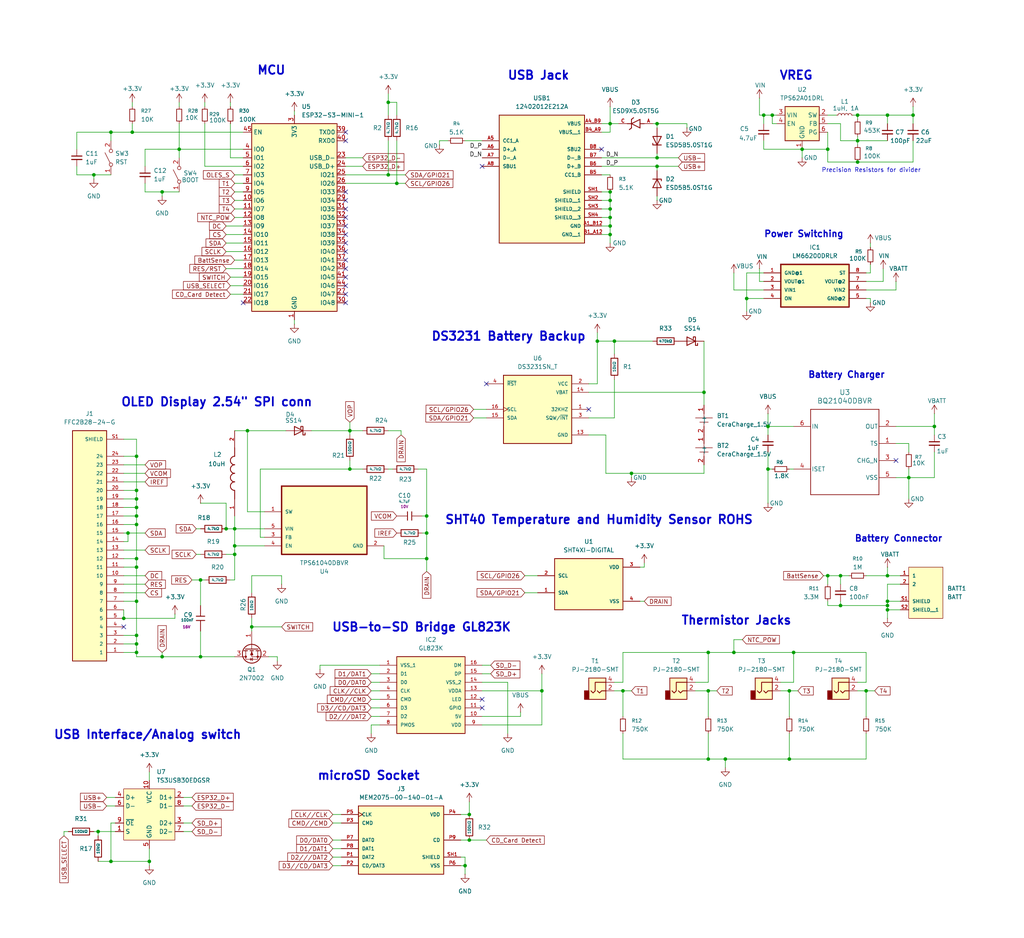
<source format=kicad_sch>
(kicad_sch (version 20250114) (generator "eeschema") (generator_version "9.0")
  (paper "User" 304.8 279.4)
  (text "microSD Socket" (at 109.728 231.14 0) (effects (font (size 2.54 2.54) (thickness 0.508) (bold yes))))
  (text "Thermistor Jacks" (at 219.202 184.912 0) (effects (font (size 2.54 2.54) (thickness 0.508) (bold yes))))
  (text "USB Jack" (at 160.274 22.606 0) (effects (font (size 2.54 2.54) (thickness 0.508) (bold yes))))
  (text "DS3231 Battery Backup" (at 151.384 100.33 0) (effects (font (size 2.54 2.54) (thickness 0.508) (bold yes))))
  (text "Battery Charger" (at 251.968 111.76 0) (effects (font (size 1.905 1.905) (thickness 0.381) (bold yes))))
  (text "USB-to-SD Bridge GL823K" (at 125.476 186.944 0) (effects (font (size 2.54 2.54) (thickness 0.508) (bold yes))))
  (text "VREG" (at 236.982 22.606 0) (effects (font (size 2.54 2.54) (thickness 0.508) (bold yes))))
  (text "MCU" (at 80.772 21.082 0) (effects (font (size 2.54 2.54) (thickness 0.508) (bold yes))))
  (text "Battery Connector" (at 267.462 160.528 0) (effects (font (size 1.905 1.905) (thickness 0.381) (bold yes))))
  (text "OLED Display 2.54\" SPI conn" (at 64.516 119.888 0) (effects (font (size 2.54 2.54) (thickness 0.508) (bold yes))))
  (text "Precision Resistors for divider" (at 259.334 50.8 0) (effects (font (size 1.27 1.27))))
  (text "SHT40 Temperature and Humidity Sensor ROHS" (at 178.308 154.94 0) (effects (font (size 2.54 2.54) (thickness 0.508) (bold yes))))
  (text "USB Interface/Analog switch" (at 43.942 218.948 0) (effects (font (size 2.54 2.54) (thickness 0.508) (bold yes))))
  (text "Power Switching\n" (at 239.268 69.85 0) (effects (font (size 1.905 1.905) (thickness 0.381) (bold yes))))
  (junction (at 278.13 127))
  (junction (at 33.02 39.37))
  (junction (at 138.43 257.81))
  (junction (at 227.33 34.29))
  (junction (at 250.19 171.45))
  (junction (at 195.58 46.99))
  (junction (at 187.96 140.97))
  (junction (at 181.61 59.69))
  (junction (at 181.61 69.85))
  (junction (at 177.8 101.6))
  (junction (at 246.38 171.45))
  (junction (at 255.27 41.91))
  (junction (at 38.1 158.75))
  (junction (at 115.57 30.48))
  (junction (at 195.58 49.53))
  (junction (at 40.64 191.77))
  (junction (at 218.44 194.31))
  (junction (at 118.11 54.61))
  (junction (at 40.64 156.21))
  (junction (at 246.38 44.45))
  (junction (at 40.64 148.59))
  (junction (at 40.64 146.05))
  (junction (at 69.85 157.48))
  (junction (at 264.16 181.61))
  (junction (at 228.6 139.7))
  (junction (at 33.02 256.54))
  (junction (at 161.29 205.74))
  (junction (at 40.64 135.89))
  (junction (at 181.61 57.15))
  (junction (at 264.16 180.34))
  (junction (at 48.26 195.58))
  (junction (at 209.55 116.84))
  (junction (at 181.61 36.83))
  (junction (at 182.88 101.6))
  (junction (at 181.61 64.77))
  (junction (at 29.21 247.65))
  (junction (at 39.37 39.37))
  (junction (at 127 153.67))
  (junction (at 236.22 194.31))
  (junction (at 181.61 62.23))
  (junction (at 250.19 180.34))
  (junction (at 234.95 226.06))
  (junction (at 59.69 195.58))
  (junction (at 40.64 153.67))
  (junction (at 40.64 194.31))
  (junction (at 48.26 57.15))
  (junction (at 210.82 226.06))
  (junction (at 69.85 162.56))
  (junction (at 238.76 44.45))
  (junction (at 215.9 226.06))
  (junction (at 40.64 168.91))
  (junction (at 104.14 128.27))
  (junction (at 264.16 34.29))
  (junction (at 210.82 205.74))
  (junction (at 104.14 139.7))
  (junction (at 271.78 34.29))
  (junction (at 115.57 52.07))
  (junction (at 257.81 205.74))
  (junction (at 40.64 189.23))
  (junction (at 127 158.75))
  (junction (at 44.45 256.54))
  (junction (at 74.93 186.69))
  (junction (at 222.25 88.9))
  (junction (at 73.66 128.27))
  (junction (at 139.7 242.57))
  (junction (at 264.16 179.07))
  (junction (at 27.94 52.07))
  (junction (at 234.95 205.74))
  (junction (at 36.83 184.15))
  (junction (at 40.64 166.37))
  (junction (at 127 166.37))
  (junction (at 210.82 194.31))
  (junction (at 59.69 172.72))
  (junction (at 264.16 171.45))
  (junction (at 270.51 142.24))
  (junction (at 195.58 36.83))
  (junction (at 67.31 157.48))
  (junction (at 139.7 250.19))
  (junction (at 255.27 48.26))
  (junction (at 69.85 165.1))
  (junction (at 229.87 34.29))
  (junction (at 40.64 179.07))
  (junction (at 53.34 44.45))
  (junction (at 40.64 151.13))
  (junction (at 185.42 205.74))
  (junction (at 255.27 34.29))
  (junction (at 228.6 127))
  (junction (at 181.61 67.31))
  (no_connect (at 102.87 74.93))
  (no_connect (at 143.51 208.28))
  (no_connect (at 102.87 80.01))
  (no_connect (at 36.83 186.69))
  (no_connect (at 102.87 39.37))
  (no_connect (at 72.39 90.17))
  (no_connect (at 102.87 62.23))
  (no_connect (at 175.26 121.92))
  (no_connect (at 102.87 85.09))
  (no_connect (at 102.87 67.31))
  (no_connect (at 102.87 77.47))
  (no_connect (at 179.07 44.45))
  (no_connect (at 102.87 87.63))
  (no_connect (at 102.87 90.17))
  (no_connect (at 102.87 59.69))
  (no_connect (at 102.87 41.91))
  (no_connect (at 102.87 72.39))
  (no_connect (at 143.51 210.82))
  (no_connect (at 102.87 82.55))
  (no_connect (at 266.7 137.16))
  (no_connect (at 102.87 64.77))
  (no_connect (at 143.51 49.53))
  (no_connect (at 102.87 57.15))
  (no_connect (at 102.87 69.85))
  (no_connect (at 144.78 114.3))
  (wire (pts (xy 207.01 205.74) (xy 210.82 205.74)))
  (wire (pts (xy 22.86 52.07) (xy 27.94 52.07)))
  (wire (pts (xy 68.58 82.55) (xy 72.39 82.55)))
  (wire (pts (xy 179.07 69.85) (xy 181.61 69.85)))
  (wire (pts (xy 246.38 180.34) (xy 250.19 180.34)))
  (wire (pts (xy 43.18 44.45) (xy 53.34 44.45)))
  (wire (pts (xy 40.64 168.91) (xy 40.64 179.07)))
  (wire (pts (xy 215.9 226.06) (xy 215.9 228.6)))
  (wire (pts (xy 67.31 74.93) (xy 72.39 74.93)))
  (wire (pts (xy 59.69 195.58) (xy 69.85 195.58)))
  (wire (pts (xy 259.08 81.28) (xy 257.81 81.28)))
  (wire (pts (xy 36.83 138.43) (xy 43.18 138.43)))
  (wire (pts (xy 182.88 124.46) (xy 182.88 113.03)))
  (wire (pts (xy 99.06 245.11) (xy 101.6 245.11)))
  (wire (pts (xy 48.26 194.31) (xy 48.26 195.58)))
  (wire (pts (xy 246.38 36.83) (xy 250.19 36.83)))
  (wire (pts (xy 226.06 83.82) (xy 227.33 83.82)))
  (wire (pts (xy 246.38 48.26) (xy 255.27 48.26)))
  (wire (pts (xy 257.81 88.9) (xy 259.08 88.9)))
  (wire (pts (xy 36.83 179.07) (xy 40.64 179.07)))
  (wire (pts (xy 57.15 172.72) (xy 59.69 172.72)))
  (wire (pts (xy 69.85 162.56) (xy 78.74 162.56)))
  (wire (pts (xy 210.82 194.31) (xy 218.44 194.31)))
  (wire (pts (xy 115.57 139.7) (xy 116.84 139.7)))
  (wire (pts (xy 236.22 194.31) (xy 257.81 194.31)))
  (wire (pts (xy 115.57 27.94) (xy 115.57 30.48)))
  (wire (pts (xy 33.02 39.37) (xy 39.37 39.37)))
  (wire (pts (xy 255.27 41.91) (xy 264.16 41.91)))
  (wire (pts (xy 53.34 30.48) (xy 53.34 31.75)))
  (wire (pts (xy 69.85 128.27) (xy 73.66 128.27)))
  (wire (pts (xy 104.14 128.27) (xy 104.14 129.54)))
  (wire (pts (xy 185.42 226.06) (xy 210.82 226.06)))
  (wire (pts (xy 69.85 57.15) (xy 72.39 57.15)))
  (wire (pts (xy 228.6 127) (xy 236.22 127)))
  (wire (pts (xy 118.11 34.29) (xy 118.11 30.48)))
  (wire (pts (xy 22.86 44.45) (xy 22.86 39.37)))
  (wire (pts (xy 36.83 143.51) (xy 43.18 143.51)))
  (wire (pts (xy 59.69 149.86) (xy 67.31 149.86)))
  (wire (pts (xy 187.96 140.97) (xy 180.34 140.97)))
  (wire (pts (xy 27.94 52.07) (xy 27.94 53.34)))
  (wire (pts (xy 255.27 34.29) (xy 264.16 34.29)))
  (wire (pts (xy 118.11 30.48) (xy 115.57 30.48)))
  (wire (pts (xy 175.26 114.3) (xy 177.8 114.3)))
  (wire (pts (xy 232.41 205.74) (xy 234.95 205.74)))
  (wire (pts (xy 127 170.18) (xy 127 166.37)))
  (wire (pts (xy 278.13 123.19) (xy 278.13 127)))
  (wire (pts (xy 40.64 153.67) (xy 40.64 156.21)))
  (wire (pts (xy 67.31 149.86) (xy 67.31 157.48)))
  (wire (pts (xy 264.16 171.45) (xy 267.97 171.45)))
  (wire (pts (xy 181.61 36.83) (xy 184.15 36.83)))
  (wire (pts (xy 267.97 173.99) (xy 264.16 173.99)))
  (wire (pts (xy 58.42 157.48) (xy 59.69 157.48)))
  (wire (pts (xy 36.83 191.77) (xy 40.64 191.77)))
  (wire (pts (xy 226.06 80.01) (xy 226.06 83.82)))
  (wire (pts (xy 222.25 88.9) (xy 227.33 88.9)))
  (wire (pts (xy 68.58 85.09) (xy 72.39 85.09)))
  (wire (pts (xy 36.83 158.75) (xy 38.1 158.75)))
  (wire (pts (xy 182.88 101.6) (xy 194.31 101.6)))
  (wire (pts (xy 266.7 142.24) (xy 270.51 142.24)))
  (wire (pts (xy 255.27 34.29) (xy 255.27 35.56)))
  (wire (pts (xy 234.95 218.44) (xy 234.95 226.06)))
  (wire (pts (xy 87.63 33.02) (xy 87.63 34.29)))
  (wire (pts (xy 234.95 139.7) (xy 236.22 139.7)))
  (wire (pts (xy 228.6 139.7) (xy 229.87 139.7)))
  (wire (pts (xy 262.89 80.01) (xy 262.89 83.82)))
  (wire (pts (xy 73.66 152.4) (xy 78.74 152.4)))
  (wire (pts (xy 48.26 57.15) (xy 48.26 58.42)))
  (wire (pts (xy 195.58 49.53) (xy 201.93 49.53)))
  (wire (pts (xy 33.02 52.07) (xy 27.94 52.07)))
  (wire (pts (xy 54.61 247.65) (xy 57.15 247.65)))
  (wire (pts (xy 67.31 80.01) (xy 72.39 80.01)))
  (wire (pts (xy 246.38 34.29) (xy 248.92 34.29)))
  (wire (pts (xy 39.37 39.37) (xy 72.39 39.37)))
  (wire (pts (xy 36.83 151.13) (xy 40.64 151.13)))
  (wire (pts (xy 38.1 161.29) (xy 38.1 158.75)))
  (wire (pts (xy 182.88 203.2) (xy 185.42 203.2)))
  (wire (pts (xy 53.34 57.15) (xy 48.26 57.15)))
  (wire (pts (xy 179.07 67.31) (xy 181.61 67.31)))
  (wire (pts (xy 179.07 57.15) (xy 181.61 57.15)))
  (wire (pts (xy 102.87 46.99) (xy 107.95 46.99)))
  (wire (pts (xy 127 139.7) (xy 127 153.67)))
  (wire (pts (xy 43.18 54.61) (xy 43.18 57.15)))
  (wire (pts (xy 257.81 205.74) (xy 257.81 213.36)))
  (wire (pts (xy 246.38 173.99) (xy 246.38 171.45)))
  (wire (pts (xy 210.82 218.44) (xy 210.82 226.06)))
  (wire (pts (xy 266.7 132.08) (xy 270.51 132.08)))
  (wire (pts (xy 143.51 213.36) (xy 154.94 213.36)))
  (wire (pts (xy 139.7 250.19) (xy 144.78 250.19)))
  (wire (pts (xy 124.46 139.7) (xy 127 139.7)))
  (wire (pts (xy 36.83 194.31) (xy 40.64 194.31)))
  (wire (pts (xy 36.83 171.45) (xy 43.18 171.45)))
  (wire (pts (xy 227.33 44.45) (xy 238.76 44.45)))
  (wire (pts (xy 257.81 203.2) (xy 255.27 203.2)))
  (wire (pts (xy 77.47 139.7) (xy 104.14 139.7)))
  (wire (pts (xy 74.93 171.45) (xy 83.82 171.45)))
  (wire (pts (xy 31.75 240.03) (xy 34.29 240.03)))
  (wire (pts (xy 36.83 168.91) (xy 40.64 168.91)))
  (wire (pts (xy 110.49 215.9) (xy 110.49 218.44)))
  (wire (pts (xy 69.85 162.56) (xy 69.85 165.1)))
  (wire (pts (xy 39.37 36.83) (xy 39.37 39.37)))
  (wire (pts (xy 210.82 203.2) (xy 210.82 194.31)))
  (wire (pts (xy 210.82 226.06) (xy 215.9 226.06)))
  (wire (pts (xy 177.8 101.6) (xy 177.8 99.06)))
  (wire (pts (xy 179.07 49.53) (xy 195.58 49.53)))
  (wire (pts (xy 48.26 195.58) (xy 40.64 195.58)))
  (wire (pts (xy 40.64 135.89) (xy 40.64 146.05)))
  (wire (pts (xy 113.03 215.9) (xy 110.49 215.9)))
  (wire (pts (xy 179.07 46.99) (xy 195.58 46.99)))
  (wire (pts (xy 266.7 86.36) (xy 257.81 86.36)))
  (wire (pts (xy 69.85 62.23) (xy 72.39 62.23)))
  (wire (pts (xy 250.19 41.91) (xy 255.27 41.91)))
  (wire (pts (xy 40.64 151.13) (xy 40.64 153.67)))
  (wire (pts (xy 36.83 156.21) (xy 40.64 156.21)))
  (wire (pts (xy 215.9 226.06) (xy 234.95 226.06)))
  (wire (pts (xy 181.61 62.23) (xy 181.61 64.77)))
  (wire (pts (xy 27.94 247.65) (xy 29.21 247.65)))
  (wire (pts (xy 255.27 205.74) (xy 257.81 205.74)))
  (wire (pts (xy 181.61 57.15) (xy 181.61 59.69)))
  (wire (pts (xy 33.02 39.37) (xy 33.02 41.91)))
  (wire (pts (xy 87.63 95.25) (xy 87.63 96.52)))
  (wire (pts (xy 102.87 52.07) (xy 115.57 52.07)))
  (wire (pts (xy 255.27 40.64) (xy 255.27 41.91)))
  (wire (pts (xy 58.42 165.1) (xy 59.69 165.1)))
  (wire (pts (xy 110.49 200.66) (xy 113.03 200.66)))
  (wire (pts (xy 185.42 203.2) (xy 185.42 194.31)))
  (wire (pts (xy 226.06 34.29) (xy 227.33 34.29)))
  (wire (pts (xy 40.64 146.05) (xy 40.64 148.59)))
  (wire (pts (xy 195.58 46.99) (xy 201.93 46.99)))
  (wire (pts (xy 181.61 67.31) (xy 181.61 69.85)))
  (wire (pts (xy 69.85 157.48) (xy 78.74 157.48)))
  (wire (pts (xy 138.43 255.27) (xy 138.43 257.81)))
  (wire (pts (xy 36.83 184.15) (xy 52.07 184.15)))
  (wire (pts (xy 67.31 67.31) (xy 72.39 67.31)))
  (wire (pts (xy 143.51 198.12) (xy 146.05 198.12)))
  (wire (pts (xy 228.6 134.62) (xy 228.6 139.7)))
  (wire (pts (xy 245.11 171.45) (xy 246.38 171.45)))
  (wire (pts (xy 270.51 142.24) (xy 270.51 148.59)))
  (wire (pts (xy 207.01 203.2) (xy 210.82 203.2)))
  (wire (pts (xy 36.83 163.83) (xy 43.18 163.83)))
  (wire (pts (xy 182.88 205.74) (xy 185.42 205.74)))
  (wire (pts (xy 254 34.29) (xy 255.27 34.29)))
  (wire (pts (xy 181.61 31.75) (xy 181.61 36.83)))
  (wire (pts (xy 40.64 156.21) (xy 40.64 166.37)))
  (wire (pts (xy 177.8 114.3) (xy 177.8 101.6)))
  (wire (pts (xy 191.77 179.07) (xy 190.5 179.07)))
  (wire (pts (xy 83.82 171.45) (xy 83.82 173.99)))
  (wire (pts (xy 68.58 87.63) (xy 72.39 87.63)))
  (wire (pts (xy 72.39 49.53) (xy 60.96 49.53)))
  (wire (pts (xy 29.21 247.65) (xy 29.21 248.92)))
  (wire (pts (xy 29.21 256.54) (xy 33.02 256.54)))
  (wire (pts (xy 69.85 165.1) (xy 69.85 172.72)))
  (wire (pts (xy 104.14 139.7) (xy 104.14 137.16)))
  (wire (pts (xy 104.14 125.73) (xy 104.14 128.27)))
  (wire (pts (xy 53.34 44.45) (xy 53.34 46.99)))
  (wire (pts (xy 195.58 45.72) (xy 195.58 46.99)))
  (wire (pts (xy 179.07 62.23) (xy 181.61 62.23)))
  (wire (pts (xy 185.42 194.31) (xy 210.82 194.31)))
  (wire (pts (xy 69.85 157.48) (xy 69.85 162.56)))
  (wire (pts (xy 40.64 189.23) (xy 40.64 191.77)))
  (wire (pts (xy 110.49 213.36) (xy 113.03 213.36)))
  (wire (pts (xy 264.16 34.29) (xy 264.16 36.83)))
  (wire (pts (xy 180.34 129.54) (xy 180.34 140.97)))
  (wire (pts (xy 67.31 69.85) (xy 72.39 69.85)))
  (wire (pts (xy 191.77 168.91) (xy 191.77 167.64)))
  (wire (pts (xy 204.47 38.1) (xy 204.47 36.83)))
  (wire (pts (xy 257.81 171.45) (xy 264.16 171.45)))
  (wire (pts (xy 190.5 168.91) (xy 191.77 168.91)))
  (wire (pts (xy 82.55 195.58) (xy 82.55 196.85)))
  (wire (pts (xy 40.64 130.81) (xy 40.64 135.89)))
  (wire (pts (xy 246.38 171.45) (xy 250.19 171.45)))
  (wire (pts (xy 53.34 36.83) (xy 53.34 44.45)))
  (wire (pts (xy 68.58 36.83) (xy 68.58 46.99)))
  (wire (pts (xy 95.25 198.12) (xy 95.25 199.39)))
  (wire (pts (xy 234.95 205.74) (xy 237.49 205.74)))
  (wire (pts (xy 34.29 245.11) (xy 33.02 245.11)))
  (wire (pts (xy 31.75 237.49) (xy 34.29 237.49)))
  (wire (pts (xy 209.55 116.84) (xy 209.55 120.65)))
  (wire (pts (xy 114.3 162.56) (xy 114.3 166.37)))
  (wire (pts (xy 74.93 186.69) (xy 83.82 186.69)))
  (wire (pts (xy 210.82 205.74) (xy 213.36 205.74)))
  (wire (pts (xy 187.96 140.97) (xy 187.96 142.24)))
  (wire (pts (xy 72.39 46.99) (xy 68.58 46.99)))
  (wire (pts (xy 278.13 142.24) (xy 270.51 142.24)))
  (wire (pts (xy 264.16 179.07) (xy 267.97 179.07)))
  (wire (pts (xy 182.88 101.6) (xy 177.8 101.6)))
  (wire (pts (xy 36.83 189.23) (xy 40.64 189.23)))
  (wire (pts (xy 67.31 165.1) (xy 69.85 165.1)))
  (wire (pts (xy 19.05 248.92) (xy 19.05 247.65)))
  (wire (pts (xy 102.87 54.61) (xy 118.11 54.61)))
  (wire (pts (xy 73.66 128.27) (xy 85.09 128.27)))
  (wire (pts (xy 80.01 195.58) (xy 82.55 195.58)))
  (wire (pts (xy 246.38 44.45) (xy 246.38 39.37)))
  (wire (pts (xy 95.25 198.12) (xy 113.03 198.12)))
  (wire (pts (xy 175.26 129.54) (xy 180.34 129.54)))
  (wire (pts (xy 99.06 252.73) (xy 101.6 252.73)))
  (wire (pts (xy 266.7 127) (xy 278.13 127)))
  (wire (pts (xy 69.85 52.07) (xy 72.39 52.07)))
  (wire (pts (xy 246.38 48.26) (xy 246.38 44.45)))
  (wire (pts (xy 53.34 44.45) (xy 72.39 44.45)))
  (wire (pts (xy 226.06 29.21) (xy 226.06 34.29)))
  (wire (pts (xy 44.45 252.73) (xy 44.45 256.54)))
  (wire (pts (xy 92.71 128.27) (xy 104.14 128.27)))
  (wire (pts (xy 119.38 128.27) (xy 119.38 129.54)))
  (wire (pts (xy 264.16 179.07) (xy 264.16 180.34)))
  (wire (pts (xy 54.61 237.49) (xy 57.15 237.49)))
  (wire (pts (xy 257.81 218.44) (xy 257.81 226.06)))
  (wire (pts (xy 228.6 129.54) (xy 228.6 127)))
  (wire (pts (xy 271.78 34.29) (xy 271.78 31.75)))
  (wire (pts (xy 36.83 153.67) (xy 40.64 153.67)))
  (wire (pts (xy 250.19 171.45) (xy 252.73 171.45)))
  (wire (pts (xy 69.85 172.72) (xy 68.58 172.72)))
  (wire (pts (xy 271.78 34.29) (xy 271.78 36.83)))
  (wire (pts (xy 175.26 124.46) (xy 182.88 124.46)))
  (wire (pts (xy 19.05 247.65) (xy 20.32 247.65)))
  (wire (pts (xy 250.19 180.34) (xy 264.16 180.34)))
  (wire (pts (xy 266.7 83.82) (xy 266.7 86.36)))
  (wire (pts (xy 137.16 250.19) (xy 139.7 250.19)))
  (wire (pts (xy 154.94 213.36) (xy 154.94 212.09)))
  (wire (pts (xy 227.33 34.29) (xy 229.87 34.29)))
  (wire (pts (xy 127 158.75) (xy 127 153.67)))
  (wire (pts (xy 22.86 49.53) (xy 22.86 52.07)))
  (wire (pts (xy 151.13 203.2) (xy 151.13 218.44)))
  (wire (pts (xy 161.29 215.9) (xy 161.29 205.74)))
  (wire (pts (xy 185.42 205.74) (xy 187.96 205.74)))
  (wire (pts (xy 195.58 36.83) (xy 195.58 38.1)))
  (wire (pts (xy 220.98 190.5) (xy 218.44 190.5)))
  (wire (pts (xy 60.96 36.83) (xy 60.96 49.53)))
  (wire (pts (xy 54.61 245.11) (xy 57.15 245.11)))
  (wire (pts (xy 138.43 257.81) (xy 138.43 260.35)))
  (wire (pts (xy 228.6 139.7) (xy 228.6 149.86)))
  (wire (pts (xy 130.81 43.18) (xy 130.81 41.91)))
  (wire (pts (xy 110.49 210.82) (xy 113.03 210.82)))
  (wire (pts (xy 59.69 187.96) (xy 59.69 195.58)))
  (wire (pts (xy 44.45 229.87) (xy 44.45 232.41)))
  (wire (pts (xy 137.16 255.27) (xy 138.43 255.27)))
  (wire (pts (xy 40.64 191.77) (xy 40.64 194.31)))
  (wire (pts (xy 125.73 153.67) (xy 127 153.67)))
  (wire (pts (xy 36.83 130.81) (xy 40.64 130.81)))
  (wire (pts (xy 209.55 140.97) (xy 187.96 140.97)))
  (wire (pts (xy 33.02 245.11) (xy 33.02 256.54)))
  (wire (pts (xy 185.42 205.74) (xy 185.42 213.36)))
  (wire (pts (xy 38.1 158.75) (xy 43.18 158.75)))
  (wire (pts (xy 195.58 49.53) (xy 195.58 50.8)))
  (wire (pts (xy 271.78 41.91) (xy 271.78 48.26)))
  (wire (pts (xy 236.22 203.2) (xy 236.22 194.31)))
  (wire (pts (xy 110.49 205.74) (xy 113.03 205.74)))
  (wire (pts (xy 257.81 205.74) (xy 260.35 205.74)))
  (wire (pts (xy 22.86 39.37) (xy 33.02 39.37)))
  (wire (pts (xy 179.07 39.37) (xy 181.61 39.37)))
  (wire (pts (xy 195.58 58.42) (xy 195.58 59.69)))
  (wire (pts (xy 99.06 242.57) (xy 101.6 242.57)))
  (wire (pts (xy 69.85 64.77) (xy 72.39 64.77)))
  (wire (pts (xy 69.85 54.61) (xy 72.39 54.61)))
  (wire (pts (xy 29.21 247.65) (xy 34.29 247.65)))
  (wire (pts (xy 270.51 139.7) (xy 270.51 142.24)))
  (wire (pts (xy 179.07 59.69) (xy 181.61 59.69)))
  (wire (pts (xy 54.61 240.03) (xy 57.15 240.03)))
  (wire (pts (xy 271.78 48.26) (xy 255.27 48.26)))
  (wire (pts (xy 118.11 54.61) (xy 120.65 54.61)))
  (wire (pts (xy 175.26 116.84) (xy 209.55 116.84)))
  (wire (pts (xy 182.88 105.41) (xy 182.88 101.6)))
  (wire (pts (xy 115.57 128.27) (xy 119.38 128.27)))
  (wire (pts (xy 228.6 123.19) (xy 228.6 127)))
  (wire (pts (xy 127 166.37) (xy 114.3 166.37)))
  (wire (pts (xy 33.02 256.54) (xy 44.45 256.54)))
  (wire (pts (xy 40.64 179.07) (xy 40.64 189.23)))
  (wire (pts (xy 99.06 255.27) (xy 101.6 255.27)))
  (wire (pts (xy 69.85 153.67) (xy 69.85 157.48)))
  (wire (pts (xy 204.47 36.83) (xy 195.58 36.83)))
  (wire (pts (xy 39.37 30.48) (xy 39.37 31.75)))
  (wire (pts (xy 44.45 256.54) (xy 44.45 257.81)))
  (wire (pts (xy 270.51 132.08) (xy 270.51 134.62)))
  (wire (pts (xy 156.21 171.45) (xy 160.02 171.45)))
  (wire (pts (xy 250.19 36.83) (xy 250.19 41.91)))
  (wire (pts (xy 99.06 257.81) (xy 101.6 257.81)))
  (wire (pts (xy 181.61 64.77) (xy 181.61 67.31)))
  (wire (pts (xy 264.16 181.61) (xy 264.16 184.15)))
  (wire (pts (xy 194.31 36.83) (xy 195.58 36.83)))
  (wire (pts (xy 181.61 59.69) (xy 181.61 62.23)))
  (wire (pts (xy 140.97 121.92) (xy 144.78 121.92)))
  (wire (pts (xy 73.66 152.4) (xy 73.66 128.27)))
  (wire (pts (xy 222.25 88.9) (xy 222.25 92.71)))
  (wire (pts (xy 259.08 88.9) (xy 259.08 90.17)))
  (wire (pts (xy 209.55 138.43) (xy 209.55 140.97)))
  (wire (pts (xy 110.49 203.2) (xy 113.03 203.2)))
  (wire (pts (xy 140.97 124.46) (xy 144.78 124.46)))
  (wire (pts (xy 264.16 168.91) (xy 264.16 171.45)))
  (wire (pts (xy 179.07 64.77) (xy 181.61 64.77)))
  (wire (pts (xy 232.41 203.2) (xy 236.22 203.2)))
  (wire (pts (xy 52.07 184.15) (xy 52.07 182.88)))
  (wire (pts (xy 48.26 195.58) (xy 59.69 195.58)))
  (wire (pts (xy 181.61 36.83) (xy 179.07 36.83)))
  (wire (pts (xy 36.83 135.89) (xy 40.64 135.89)))
  (wire (pts (xy 77.47 160.02) (xy 77.47 139.7)))
  (wire (pts (xy 137.16 242.57) (xy 139.7 242.57)))
  (wire (pts (xy 218.44 81.28) (xy 218.44 86.36)))
  (wire (pts (xy 264.16 34.29) (xy 271.78 34.29)))
  (wire (pts (xy 115.57 52.07) (xy 120.65 52.07)))
  (wire (pts (xy 262.89 83.82) (xy 257.81 83.82)))
  (wire (pts (xy 143.51 205.74) (xy 161.29 205.74)))
  (wire (pts (xy 36.83 176.53) (xy 43.18 176.53)))
  (wire (pts (xy 36.83 146.05) (xy 40.64 146.05)))
  (wire (pts (xy 36.83 140.97) (xy 43.18 140.97)))
  (wire (pts (xy 74.93 176.53) (xy 74.93 171.45)))
  (wire (pts (xy 67.31 72.39) (xy 72.39 72.39)))
  (wire (pts (xy 209.55 101.6) (xy 209.55 116.84)))
  (wire (pts (xy 255.27 41.91) (xy 255.27 43.18)))
  (wire (pts (xy 118.11 41.91) (xy 118.11 54.61)))
  (wire (pts (xy 40.64 148.59) (xy 40.64 151.13)))
  (wire (pts (xy 259.08 78.74) (xy 259.08 81.28)))
  (wire (pts (xy 36.83 148.59) (xy 40.64 148.59)))
  (wire (pts (xy 110.49 208.28) (xy 113.03 208.28)))
  (wire (pts (xy 181.61 69.85) (xy 181.61 72.39)))
  (wire (pts (xy 69.85 59.69) (xy 72.39 59.69)))
  (wire (pts (xy 234.95 205.74) (xy 234.95 213.36)))
  (wire (pts (xy 36.83 173.99) (xy 43.18 173.99)))
  (wire (pts (xy 74.93 184.15) (xy 74.93 186.69)))
  (wire (pts (xy 36.83 166.37) (xy 40.64 166.37)))
  (wire (pts (xy 185.42 218.44) (xy 185.42 226.06)))
  (wire (pts (xy 250.19 171.45) (xy 250.19 173.99)))
  (wire (pts (xy 40.64 195.58) (xy 40.64 194.31)))
  (wire (pts (xy 218.44 194.31) (xy 236.22 194.31)))
  (wire (pts (xy 59.69 172.72) (xy 60.96 172.72)))
  (wire (pts (xy 227.33 81.28) (xy 222.25 81.28)))
  (wire (pts (xy 259.08 72.39) (xy 259.08 73.66)))
  (wire (pts (xy 179.07 52.07) (xy 181.61 52.07)))
  (wire (pts (xy 68.58 30.48) (xy 68.58 31.75)))
  (wire (pts (xy 74.93 186.69) (xy 74.93 187.96)))
  (wire (pts (xy 222.25 81.28) (xy 222.25 88.9)))
  (wire (pts (xy 229.87 36.83) (xy 229.87 34.29)))
  (wire (pts (xy 137.16 257.81) (xy 138.43 257.81)))
  (wire (pts (xy 104.14 128.27) (xy 107.95 128.27)))
  (wire (pts (xy 115.57 41.91) (xy 115.57 52.07)))
  (wire (pts (xy 161.29 205.74) (xy 161.29 200.66)))
  (wire (pts (xy 264.16 181.61) (xy 267.97 181.61)))
  (wire (pts (xy 139.7 242.57) (xy 139.7 238.76)))
  (wire (pts (xy 115.57 30.48) (xy 115.57 34.29)))
  (wire (pts (xy 227.33 41.91) (xy 227.33 44.45)))
  (wire (pts (xy 143.51 200.66) (xy 146.05 200.66)))
  (wire (pts (xy 246.38 179.07) (xy 246.38 180.34)))
  (wire (pts (xy 36.83 161.29) (xy 38.1 161.29)))
  (wire (pts (xy 278.13 127) (xy 278.13 129.54)))
  (wire (pts (xy 104.14 139.7) (xy 107.95 139.7)))
  (wire (pts (xy 130.81 41.91) (xy 133.35 41.91)))
  (wire (pts (xy 218.44 86.36) (xy 227.33 86.36)))
  (wire (pts (xy 138.43 41.91) (xy 143.51 41.91)))
  (wire (pts (xy 234.95 226.06) (xy 257.81 226.06)))
  (wire (pts (xy 264.16 180.34) (xy 264.16 181.61)))
  (wire (pts (xy 257.81 194.31) (xy 257.81 203.2)))
  (wire (pts (xy 278.13 134.62) (xy 278.13 142.24)))
  (wire (pts (xy 250.19 179.07) (xy 250.19 180.34)))
  (wire (pts (xy 210.82 205.74) (xy 210.82 213.36)))
  (wire (pts (xy 231.14 36.83) (xy 229.87 36.83)))
  (wire (pts (xy 59.69 172.72) (xy 59.69 180.34)))
  (wire (pts (xy 40.64 166.37) (xy 40.64 168.91)))
  (wire (pts (xy 156.21 176.53) (xy 160.02 176.53)))
  (wire (pts (xy 238.76 44.45) (xy 246.38 44.45)))
  (wire (pts (xy 218.44 190.5) (xy 218.44 194.31)))
  (wire (pts (xy 60.96 30.48) (xy 60.96 31.75)))
  (wire (pts (xy 127 158.75) (xy 127 166.37)))
  (wire (pts (xy 229.87 34.29) (xy 231.14 34.29)))
  (wire (pts (xy 67.31 157.48) (xy 69.85 157.48)))
  (wire (pts (xy 43.18 57.15) (xy 48.26 57.15)))
  (wire (pts (xy 125.73 158.75) (xy 127 158.75)))
  (wire (pts (xy 99.06 250.19) (xy 101.6 250.19)))
  (wire (pts (xy 181.61 39.37) (xy 181.61 36.83)))
  (wire (pts (xy 69.85 77.47) (xy 72.39 77.47)))
  (wire (pts (xy 77.47 160.02) (xy 78.74 160.02)))
  (wire (pts (xy 227.33 34.29) (xy 227.33 36.83)))
  (wire (pts (xy 102.87 49.53) (xy 107.95 49.53)))
  (wire (pts (xy 43.18 49.53) (xy 43.18 44.45)))
  (wire (pts (xy 36.83 181.61) (xy 36.83 184.15)))
  (wire (pts (xy 143.51 203.2) (xy 151.13 203.2)))
  (wire (pts (xy 143.51 215.9) (xy 161.29 215.9)))
  (wire (pts (xy 264.16 173.99) (xy 264.16 179.07)))
  (wire (pts (xy 238.76 44.45) (xy 238.76 46.99)))
  (label "D_N" (at 143.51 46.99 180))
  (label "D_P" (at 180.34 49.53 0))
  (label "D_P" (at 143.51 44.45 180))
  (label "D_N" (at 180.34 46.99 0))
  (global_label "D2{slash}{slash}{slash}DAT2" (shape input) (at 99.06 255.27 180) (property "Intersheetrefs" "${INTERSHEET_REFS}" (effects (hide yes))))
  (global_label "SDA" (shape input) (at 43.18 158.75 0) (property "Intersheetrefs" "${INTERSHEET_REFS}" (effects (hide yes))))
  (global_label "D1{slash}DAT1" (shape input) (at 110.49 200.66 180) (property "Intersheetrefs" "${INTERSHEET_REFS}" (effects (hide yes))))
  (global_label "NTC_POW" (shape input) (at 69.85 64.77 180) (property "Intersheetrefs" "${INTERSHEET_REFS}" (effects (hide yes))))
  (global_label "SDA" (shape input) (at 67.31 72.39 180) (property "Intersheetrefs" "${INTERSHEET_REFS}" (effects (hide yes))))
  (global_label "ESP32_D+" (shape input) (at 57.15 237.49 0) (property "Intersheetrefs" "${INTERSHEET_REFS}" (effects (hide yes))))
  (global_label "SCLK" (shape input) (at 67.31 74.93 180) (property "Intersheetrefs" "${INTERSHEET_REFS}" (effects (hide yes))))
  (global_label "VOP" (shape input) (at 43.18 138.43 0) (property "Intersheetrefs" "${INTERSHEET_REFS}" (effects (hide yes))))
  (global_label "CD_Card Detect" (shape input) (at 68.58 87.63 180) (property "Intersheetrefs" "${INTERSHEET_REFS}" (effects (hide yes))))
  (global_label "DC" (shape input) (at 67.31 67.31 180) (property "Intersheetrefs" "${INTERSHEET_REFS}" (effects (hide yes))))
  (global_label "DC" (shape input) (at 43.18 171.45 0) (property "Intersheetrefs" "${INTERSHEET_REFS}" (effects (hide yes))))
  (global_label "VOP" (shape input) (at 104.14 125.73 90) (property "Intersheetrefs" "${INTERSHEET_REFS}" (effects (hide yes))))
  (global_label "SDA{slash}GPIO21" (shape input) (at 120.65 52.07 0) (property "Intersheetrefs" "${INTERSHEET_REFS}" (effects (hide yes))))
  (global_label "SCLK" (shape input) (at 58.42 165.1 180) (property "Intersheetrefs" "${INTERSHEET_REFS}" (effects (hide yes))))
  (global_label "SCL{slash}GPIO26" (shape input) (at 120.65 54.61 0) (property "Intersheetrefs" "${INTERSHEET_REFS}" (effects (hide yes))))
  (global_label "ESP32_D-" (shape input) (at 57.15 240.03 0) (property "Intersheetrefs" "${INTERSHEET_REFS}" (effects (hide yes))))
  (global_label "USB+" (shape input) (at 31.75 237.49 180) (property "Intersheetrefs" "${INTERSHEET_REFS}" (effects (hide yes))))
  (global_label "T1" (shape input) (at 69.85 54.61 180) (property "Intersheetrefs" "${INTERSHEET_REFS}" (effects (hide yes))))
  (global_label "CMD{slash}{slash}CMD" (shape input) (at 110.49 208.28 180) (property "Intersheetrefs" "${INTERSHEET_REFS}" (effects (hide yes))))
  (global_label "SDA" (shape input) (at 58.42 157.48 180) (property "Intersheetrefs" "${INTERSHEET_REFS}" (effects (hide yes))))
  (global_label "USB-" (shape input) (at 31.75 240.03 180) (property "Intersheetrefs" "${INTERSHEET_REFS}" (effects (hide yes))))
  (global_label "SCLK" (shape input) (at 43.18 163.83 0) (property "Intersheetrefs" "${INTERSHEET_REFS}" (effects (hide yes))))
  (global_label "SWITCH" (shape input) (at 68.58 82.55 180) (property "Intersheetrefs" "${INTERSHEET_REFS}" (effects (hide yes))))
  (global_label "SD_D+" (shape input) (at 57.15 245.11 0) (property "Intersheetrefs" "${INTERSHEET_REFS}" (effects (hide yes))))
  (global_label "D0{slash}DAT0" (shape input) (at 99.06 250.19 180) (property "Intersheetrefs" "${INTERSHEET_REFS}" (effects (hide yes))))
  (global_label "BattSense" (shape input) (at 69.85 77.47 180) (property "Intersheetrefs" "${INTERSHEET_REFS}" (effects (hide yes))))
  (global_label "USB_SELECT" (shape input) (at 19.05 248.92 270) (property "Intersheetrefs" "${INTERSHEET_REFS}" (effects (hide yes))))
  (global_label "USB-" (shape input) (at 201.93 46.99 0) (property "Intersheetrefs" "${INTERSHEET_REFS}" (effects (hide yes))))
  (global_label "SCL{slash}GPIO26" (shape input) (at 140.97 121.92 180) (property "Intersheetrefs" "${INTERSHEET_REFS}" (effects (hide yes))))
  (global_label "CLK{slash}{slash}CLK" (shape input) (at 110.49 205.74 180) (property "Intersheetrefs" "${INTERSHEET_REFS}" (effects (hide yes))))
  (global_label "T4" (shape input) (at 260.35 205.74 0) (property "Intersheetrefs" "${INTERSHEET_REFS}" (effects (hide yes))))
  (global_label "D2{slash}{slash}{slash}DAT2" (shape input) (at 110.49 213.36 180) (property "Intersheetrefs" "${INTERSHEET_REFS}" (effects (hide yes))))
  (global_label "T3" (shape input) (at 237.49 205.74 0) (property "Intersheetrefs" "${INTERSHEET_REFS}" (effects (hide yes))))
  (global_label "DRAIN" (shape input) (at 127 170.18 270) (property "Intersheetrefs" "${INTERSHEET_REFS}" (effects (hide yes))))
  (global_label "CLK{slash}{slash}CLK" (shape input) (at 99.06 242.57 180) (property "Intersheetrefs" "${INTERSHEET_REFS}" (effects (hide yes))))
  (global_label "T4" (shape input) (at 69.85 62.23 180) (property "Intersheetrefs" "${INTERSHEET_REFS}" (effects (hide yes))))
  (global_label "RES{slash}RST" (shape input) (at 67.31 80.01 180) (property "Intersheetrefs" "${INTERSHEET_REFS}" (effects (hide yes))))
  (global_label "IREF" (shape input) (at 118.11 158.75 180) (property "Intersheetrefs" "${INTERSHEET_REFS}" (effects (hide yes))))
  (global_label "SWITCH" (shape input) (at 83.82 186.69 0) (property "Intersheetrefs" "${INTERSHEET_REFS}" (effects (hide yes))))
  (global_label "OLES_S" (shape input) (at 69.85 52.07 180) (property "Intersheetrefs" "${INTERSHEET_REFS}" (effects (hide yes))))
  (global_label "IREF" (shape input) (at 43.18 143.51 0) (property "Intersheetrefs" "${INTERSHEET_REFS}" (effects (hide yes))))
  (global_label "DRAIN" (shape input) (at 191.77 179.07 0) (property "Intersheetrefs" "${INTERSHEET_REFS}" (effects (hide yes))))
  (global_label "RES" (shape input) (at 43.18 173.99 0) (property "Intersheetrefs" "${INTERSHEET_REFS}" (effects (hide yes))))
  (global_label "BattSense" (shape input) (at 245.11 171.45 180) (property "Intersheetrefs" "${INTERSHEET_REFS}" (effects (hide yes))))
  (global_label "SD_D+" (shape input) (at 146.05 200.66 0) (property "Intersheetrefs" "${INTERSHEET_REFS}" (effects (hide yes))))
  (global_label "USB_SELECT" (shape input) (at 68.58 85.09 180) (property "Intersheetrefs" "${INTERSHEET_REFS}" (effects (hide yes))))
  (global_label "CS" (shape input) (at 67.31 69.85 180) (property "Intersheetrefs" "${INTERSHEET_REFS}" (effects (hide yes))))
  (global_label "VCOM" (shape input) (at 43.18 140.97 0) (property "Intersheetrefs" "${INTERSHEET_REFS}" (effects (hide yes))))
  (global_label "T3" (shape input) (at 69.85 59.69 180) (property "Intersheetrefs" "${INTERSHEET_REFS}" (effects (hide yes))))
  (global_label "ESP32_D+" (shape input) (at 107.95 49.53 0) (property "Intersheetrefs" "${INTERSHEET_REFS}" (effects (hide yes))))
  (global_label "D1{slash}DAT1" (shape input) (at 99.06 252.73 180) (property "Intersheetrefs" "${INTERSHEET_REFS}" (effects (hide yes))))
  (global_label "CD_Card Detect" (shape input) (at 144.78 250.19 0) (property "Intersheetrefs" "${INTERSHEET_REFS}" (effects (hide yes))))
  (global_label "ESP32_D-" (shape input) (at 107.95 46.99 0) (property "Intersheetrefs" "${INTERSHEET_REFS}" (effects (hide yes))))
  (global_label "SDA{slash}GPIO21" (shape input) (at 140.97 124.46 180) (property "Intersheetrefs" "${INTERSHEET_REFS}" (effects (hide yes))))
  (global_label "SDA{slash}GPIO21" (shape input) (at 156.21 176.53 180) (property "Intersheetrefs" "${INTERSHEET_REFS}" (effects (hide yes))))
  (global_label "SCL{slash}GPIO26" (shape input) (at 156.21 171.45 180) (property "Intersheetrefs" "${INTERSHEET_REFS}" (effects (hide yes))))
  (global_label "DRAIN" (shape input) (at 48.26 194.31 90) (property "Intersheetrefs" "${INTERSHEET_REFS}" (effects (hide yes))))
  (global_label "T2" (shape input) (at 69.85 57.15 180) (property "Intersheetrefs" "${INTERSHEET_REFS}" (effects (hide yes))))
  (global_label "RES" (shape input) (at 57.15 172.72 180) (property "Intersheetrefs" "${INTERSHEET_REFS}" (effects (hide yes))))
  (global_label "CMD{slash}{slash}CMD" (shape input) (at 99.06 245.11 180) (property "Intersheetrefs" "${INTERSHEET_REFS}" (effects (hide yes))))
  (global_label "VCOM" (shape input) (at 118.11 153.67 180) (property "Intersheetrefs" "${INTERSHEET_REFS}" (effects (hide yes))))
  (global_label "DRAIN" (shape input) (at 119.38 129.54 270) (property "Intersheetrefs" "${INTERSHEET_REFS}" (effects (hide yes))))
  (global_label "SD_D-" (shape input) (at 146.05 198.12 0) (property "Intersheetrefs" "${INTERSHEET_REFS}" (effects (hide yes))))
  (global_label "D3{slash}{slash}CD{slash}DAT3" (shape input) (at 110.49 210.82 180) (property "Intersheetrefs" "${INTERSHEET_REFS}" (effects (hide yes))))
  (global_label "T2" (shape input) (at 213.36 205.74 0) (property "Intersheetrefs" "${INTERSHEET_REFS}" (effects (hide yes))))
  (global_label "D0{slash}DAT0" (shape input) (at 110.49 203.2 180) (property "Intersheetrefs" "${INTERSHEET_REFS}" (effects (hide yes))))
  (global_label "CS" (shape input) (at 43.18 176.53 0) (property "Intersheetrefs" "${INTERSHEET_REFS}" (effects (hide yes))))
  (global_label "D3{slash}{slash}CD{slash}DAT3" (shape input) (at 99.06 257.81 180) (property "Intersheetrefs" "${INTERSHEET_REFS}" (effects (hide yes))))
  (global_label "SD_D-" (shape input) (at 57.15 247.65 0) (property "Intersheetrefs" "${INTERSHEET_REFS}" (effects (hide yes))))
  (global_label "NTC_POW" (shape input) (at 220.98 190.5 0) (property "Intersheetrefs" "${INTERSHEET_REFS}" (effects (hide yes))))
  (global_label "USB+" (shape input) (at 201.93 49.53 0) (property "Intersheetrefs" "${INTERSHEET_REFS}" (effects (hide yes))))
  (global_label "T1" (shape input) (at 187.96 205.74 0) (property "Intersheetrefs" "${INTERSHEET_REFS}" (effects (hide yes))))
  (symbol (lib_id "power:GND") (at 110.49 218.44 0) (mirror y) (unit 1)
    (property "Reference" "#PWR042" (effects (hide yes)))
    (property "Value" "GND" (at 110.49 223.52 0))
    (property "Description" "Power symbol creates a global label with name \"GND\" , ground" (effects (hide yes)))
  )
  (symbol (lib_id "power:+3.3V") (at 52.07 182.88 0) (unit 1)
    (property "Reference" "#PWR035" (effects (hide yes)))
    (property "Value" "+3.3V" (at 52.07 177.8 0))
    (property "Description" "Power symbol creates a global label with name \"+3.3V\"" (effects (hide yes)))
  )
  (symbol (lib_id "power:+3.3V") (at 60.96 30.48 0) (mirror y) (unit 1)
    (property "Reference" "#PWR040" (effects (hide yes)))
    (property "Value" "+3.3V" (at 60.96 25.4 0))
    (property "Description" "Power symbol creates a global label with name \"+3.3V\"" (effects (hide yes)))
  )
  (symbol (lib_id "power:+3.3V") (at 87.63 33.02 0) (unit 1)
    (property "Reference" "#PWR034" (effects (hide yes)))
    (property "Value" "+3.3V" (at 87.63 27.94 0))
    (property "Description" "Power symbol creates a global label with name \"+3.3V\"" (effects (hide yes)))
  )
  (symbol (lib_id "power:GND") (at 195.58 59.69 0) (unit 1)
    (property "Reference" "#PWR011" (effects (hide yes)))
    (property "Value" "GND" (at 198.12 59.69 0))
    (property "Description" "Power symbol creates a global label with name \"GND\" , ground" (effects (hide yes)))
  )
  (symbol (lib_id "Device:C_Small") (at 227.33 39.37 0) (mirror y) (unit 1)
    (property "Reference" "C5" (at 220.218 38.354 0) (effects (justify right)))
    (property "Value" "4.7uF" (at 219.964 41.148 0) (effects (justify right)))
    (property "Footprint" "Capacitor_SMD:C_0603_1608Metric" (effects (hide yes)))
    (property "Description" "Unpolarized capacitor, small symbol" (effects (hide yes)))
  )
  (symbol (lib_id "power:GND") (at 215.9 228.6 0) (mirror y) (unit 1)
    (property "Reference" "#PWR028" (effects (hide yes)))
    (property "Value" "GND" (at 215.9 233.68 0))
    (property "Description" "Power symbol creates a global label with name \"GND\" , ground" (effects (hide yes)))
  )
  (symbol (lib_id "Device:R_Small") (at 257.81 215.9 0) (mirror y) (unit 1)
    (property "Reference" "R15" (at 260.35 214.6299 0) (effects (font (size 1.016 1.016)) (justify right)))
    (property "Value" "750K" (at 260.35 217.1699 0) (effects (justify right)))
    (property "Footprint" "Resistor_SMD:R_0603_1608Metric" (effects (hide yes)))
    (property "Description" "Resistor, small symbol" (effects (hide yes)))
  )
  (symbol (lib_id "Transistor_FET:2N7002") (at 74.93 193.04 90) (mirror x) (unit 1)
    (property "Reference" "Q1" (at 74.93 199.39 90))
    (property "Value" "2N7002" (at 74.93 201.93 90))
    (property "Footprint" "Package_TO_SOT_SMD:SOT-23" (effects (hide yes)))
    (property "Datasheet" "https://www.onsemi.com/pub/Collateral/NDS7002A-D.PDF" (effects (hide yes)))
    (property "Description" "0.115A Id, 60V Vds, N-Channel MOSFET, SOT-23" (effects (hide yes)))
  )
  (symbol (lib_id "Device:C_Small") (at 43.18 52.07 0) (unit 1)
    (property "Reference" "C12" (at 45.72 50.8062 0) (effects (justify left)))
    (property "Value" "1uF" (at 45.72 53.3462 0) (effects (justify left)))
    (property "Footprint" "Capacitor_SMD:C_0603_1608Metric" (effects (hide yes)))
    (property "Description" "Unpolarized capacitor, small symbol" (effects (hide yes)))
  )
  (symbol (lib_id "Device:C_Small") (at 264.16 39.37 0) (mirror y) (unit 1)
    (property "Reference" "C7" (at 266.446 39.37 0) (effects (justify right)))
    (property "Value" "100pF" (at 264.922 41.91 0) (effects (justify right)))
    (property "Footprint" "Capacitor_SMD:C_0603_1608Metric" (effects (hide yes)))
    (property "Description" "Unpolarized capacitor, small symbol" (effects (hide yes)))
  )
  (symbol (lib_id "power:GND") (at 95.25 199.39 0) (mirror y) (unit 1)
    (property "Reference" "#PWR029" (effects (hide yes)))
    (property "Value" "GND" (at 95.25 204.47 0))
    (property "Description" "Power symbol creates a global label with name \"GND\" , ground" (effects (hide yes)))
  )
  (symbol (lib_id "Device:R_Small") (at 234.95 215.9 0) (mirror y) (unit 1)
    (property "Reference" "R14" (at 237.49 214.6299 0) (effects (font (size 1.016 1.016)) (justify right)))
    (property "Value" "750K" (at 237.49 217.1699 0) (effects (justify right)))
    (property "Footprint" "Resistor_SMD:R_0603_1608Metric" (effects (hide yes)))
    (property "Description" "Resistor, small symbol" (effects (hide yes)))
  )
  (symbol (lib_id "power:+3.3V") (at 59.69 149.86 0) (unit 1)
    (property "Reference" "#PWR033" (effects (hide yes)))
    (property "Value" "+3.3V" (at 59.69 144.78 0))
    (property "Description" "Power symbol creates a global label with name \"+3.3V\"" (effects (hide yes)))
  )
  (symbol (lib_id "power:VBUS") (at 154.94 212.09 0) (unit 1)
    (property "Reference" "#PWR044" (effects (hide yes)))
    (property "Value" "VBUS" (at 154.94 207.01 0))
    (property "Description" "Power symbol creates a global label with name \"VBUS\"" (effects (hide yes)))
  )
  (symbol (lib_id "PCM_JLCPCB-Resistors:0402,4.7kΩ") (at 64.77 172.72 90) (unit 1)
    (property "Reference" "R20" (at 64.77 168.91 90))
    (property "Value" "4.7kΩ" (at 64.77 172.72 90) (effects (font (size 0.8 0.8))))
    (property "Footprint" "PCM_JLCPCB:R_0402" (effects (hide yes)))
    (property "Datasheet" "https://www.lcsc.com/datasheet/lcsc_datasheet_2206010045_UNI-ROYAL-Uniroyal-Elec-0402WGF4701TCE_C25900.pdf" (effects (hide yes)))
    (property "Description" "62.5mW Thick Film Resistors 50V ±100ppm/°C ±1% 4.7kΩ 0402 Chip Resistor - Surface Mount ROHS" (effects (hide yes)))
    (property "LCSC" "C25900" (effects (hide yes)))
    (property "Stock" "7644059" (effects (hide yes)))
    (property "Price" "0.004USD" (effects (hide yes)))
    (property "Process" "SMT" (effects (hide yes)))
    (property "Minimum Qty" "20" (effects (hide yes)))
    (property "Attrition Qty" "10" (effects (hide yes)))
    (property "Class" "Basic Component" (effects (hide yes)))
    (property "Category" "Resistors,Chip Resistor - Surface Mount" (effects (hide yes)))
    (property "Manufacturer" "UNI-ROYAL(Uniroyal Elec)" (effects (hide yes)))
    (property "Part" "0402WGF4701TCE" (effects (hide yes)))
    (property "Resistance" "4.7kΩ" (effects (hide yes)))
    (property "Power(Watts)" "62.5mW" (effects (hide yes)))
    (property "Type" "Thick Film Resistors" (effects (hide yes)))
    (property "Overload Voltage (Max)" "50V" (effects (hide yes)))
    (property "Operating Temperature Range" "-55°C~+155°C" (effects (hide yes)))
    (property "Tolerance" "±1%" (effects (hide yes)))
    (property "Temperature Coefficient" "±100ppm/°C" (effects (hide yes)))
  )
  (symbol (lib_id "SHT4XI-DIGITAL:SHT4XI-DIGITAL") (at 175.26 173.99 0) (unit 1)
    (property "Reference" "U1" (at 175.26 161.29 0))
    (property "Value" "SHT4XI-DIGITAL" (at 175.26 163.83 0))
    (property "Footprint" "SHT4XI-DIGITAL:SHT4XI-DIGITAL" (effects (hide yes)))
    (property "MF" "Sensirion" (effects (hide yes)))
    (property "Description_1" "Industrial Grade Digital Relative Humidity Temperature Sensor, ±2% / max 4% RH, ±0.2 °C" (effects (hide yes)))
    (property "Package" "DFN-4 Sensirion" (effects (hide yes)))
    (property "Price" "None" (effects (hide yes)))
    (property "SnapEDA_Link" "https://www.snapeda.com/parts/SHT40I-AD1B-R3/Sensirion/view-part/?ref=snap" (effects (hide yes)))
    (property "MP" "SHT40I-AD1B-R3" (effects (hide yes)))
    (property "Purchase-URL" "https://www.snapeda.com/api/url_track_click_mouser/?unipart_id=10354138&manufacturer=Sensirion&part_name=SHT40I-AD1B-R3&search_term=sht40" (effects (hide yes)))
    (property "Availability" "In Stock" (effects (hide yes)))
    (property "Check_prices" "https://www.snapeda.com/parts/SHT40I-AD1B-R3/Sensirion/view-part/?ref=eda" (effects (hide yes)))
  )
  (symbol (lib_id "PCM_JLCPCB-Resistors:0402,100kΩ") (at 104.14 133.35 0) (unit 1)
    (property "Reference" "R21" (at 98.806 135.636 0) (effects (justify left)))
    (property "Value" "100kΩ" (at 104.14 133.35 90) (effects (font (size 0.8 0.8))))
    (property "Footprint" "PCM_JLCPCB:R_0402" (effects (hide yes)))
    (property "Datasheet" "https://www.lcsc.com/datasheet/lcsc_datasheet_2206010100_UNI-ROYAL-Uniroyal-Elec-0402WGF1003TCE_C25741.pdf" (effects (hide yes)))
    (property "Description" "62.5mW Thick Film Resistors 50V ±100ppm/°C ±1% 100kΩ 0402 Chip Resistor - Surface Mount ROHS" (effects (hide yes)))
    (property "LCSC" "C25741" (effects (hide yes)))
    (property "Stock" "6969783" (effects (hide yes)))
    (property "Price" "0.004USD" (effects (hide yes)))
    (property "Process" "SMT" (effects (hide yes)))
    (property "Minimum Qty" "20" (effects (hide yes)))
    (property "Attrition Qty" "10" (effects (hide yes)))
    (property "Class" "Basic Component" (effects (hide yes)))
    (property "Category" "Resistors,Chip Resistor - Surface Mount" (effects (hide yes)))
    (property "Manufacturer" "UNI-ROYAL(Uniroyal Elec)" (effects (hide yes)))
    (property "Part" "0402WGF1003TCE" (effects (hide yes)))
    (property "Resistance" "100kΩ" (effects (hide yes)))
    (property "Power(Watts)" "62.5mW" (effects (hide yes)))
    (property "Type" "Thick Film Resistors" (effects (hide yes)))
    (property "Overload Voltage (Max)" "50V" (effects (hide yes)))
    (property "Operating Temperature Range" "-55°C~+155°C" (effects (hide yes)))
    (property "Tolerance" "±1%" (effects (hide yes)))
    (property "Temperature Coefficient" "±100ppm/°C" (effects (hide yes)))
  )
  (symbol (lib_id "power:GND") (at 87.63 96.52 0) (unit 1)
    (property "Reference" "#PWR02" (effects (hide yes)))
    (property "Value" "GND" (at 87.63 101.6 0))
    (property "Description" "Power symbol creates a global label with name \"GND\" , ground" (effects (hide yes)))
  )
  (symbol (lib_id "PCM_JLCPCB-Resistors:0402,10kΩ") (at 29.21 252.73 0) (unit 1)
    (property "Reference" "R17" (at 23.622 252.73 0) (effects (justify left)))
    (property "Value" "10kΩ" (at 29.21 252.73 90) (effects (font (size 0.8 0.8))))
    (property "Footprint" "PCM_JLCPCB:R_0402" (effects (hide yes)))
    (property "Datasheet" "https://www.lcsc.com/datasheet/lcsc_datasheet_2411221126_UNI-ROYAL-Uniroyal-Elec-0402WGF1002TCE_C25744.pdf" (effects (hide yes)))
    (property "Description" "62.5mW Thick Film Resistors 50V ±100ppm/°C ±1% 10kΩ 0402 Chip Resistor - Surface Mount ROHS" (effects (hide yes)))
    (property "LCSC" "C25744" (effects (hide yes)))
    (property "Stock" "24372091" (effects (hide yes)))
    (property "Price" "0.004USD" (effects (hide yes)))
    (property "Process" "SMT" (effects (hide yes)))
    (property "Minimum Qty" "20" (effects (hide yes)))
    (property "Attrition Qty" "10" (effects (hide yes)))
    (property "Class" "Basic Component" (effects (hide yes)))
    (property "Category" "Resistors,Chip Resistor - Surface Mount" (effects (hide yes)))
    (property "Manufacturer" "UNI-ROYAL(Uniroyal Elec)" (effects (hide yes)))
    (property "Part" "0402WGF1002TCE" (effects (hide yes)))
    (property "Resistance" "10kΩ" (effects (hide yes)))
    (property "Power(Watts)" "62.5mW" (effects (hide yes)))
    (property "Type" "Thick Film Resistors" (effects (hide yes)))
    (property "Overload Voltage (Max)" "50V" (effects (hide yes)))
    (property "Operating Temperature Range" "-55°C~+155°C" (effects (hide yes)))
    (property "Tolerance" "±1%" (effects (hide yes)))
    (property "Temperature Coefficient" "±100ppm/°C" (effects (hide yes)))
  )
  (symbol (lib_id "power:GND") (at 204.47 38.1 0) (unit 1)
    (property "Reference" "#PWR08" (effects (hide yes)))
    (property "Value" "GND" (at 207.01 38.354 0))
    (property "Description" "Power symbol creates a global label with name \"GND\" , ground" (effects (hide yes)))
  )
  (symbol (lib_id "Regulator_Switching:TPS62A01DRL") (at 238.76 36.83 0) (unit 1)
    (property "Reference" "U2" (at 238.76 26.67 0))
    (property "Value" "TPS62A01DRL" (at 238.76 29.21 0))
    (property "Footprint" "Package_TO_SOT_SMD:SOT-563" (effects (hide yes)))
    (property "Datasheet" "https://www.ti.com/lit/gpn/tps62a01" (effects (hide yes)))
    (property "Description" "High Efficiency Synchronous Buck Converter, Adjustable Output 0.6V-5.5V, 1A, Power Good, Enable, SOT-563" (effects (hide yes)))
  )
  (symbol (lib_id "Device:R_Small") (at 255.27 38.1 0) (unit 1)
    (property "Reference" "R9" (at 257.556 36.576 0) (effects (font (size 1.016 1.016)) (justify left)))
    (property "Value" "453K" (at 257.048 38.862 0) (effects (justify left)))
    (property "Footprint" "Resistor_SMD:R_0603_1608Metric" (effects (hide yes)))
    (property "Description" "Resistor, small symbol" (effects (hide yes)))
  )
  (symbol (lib_id "Device:C_Small") (at 228.6 132.08 0) (mirror y) (unit 1)
    (property "Reference" "C4" (at 226.06 130.8162 0) (effects (justify left)))
    (property "Value" "1uF" (at 226.06 133.3562 0) (effects (justify left)))
    (property "Footprint" "Capacitor_SMD:C_0603_1608Metric" (effects (hide yes)))
    (property "Description" "Unpolarized capacitor, small symbol" (effects (hide yes)))
  )
  (symbol (lib_id "Device:C_Small") (at 22.86 46.99 0) (unit 1)
    (property "Reference" "C11" (at 25.4 45.7262 0) (effects (justify left)))
    (property "Value" "1uF" (at 25.4 48.2662 0) (effects (justify left)))
    (property "Footprint" "Capacitor_SMD:C_0603_1608Metric" (effects (hide yes)))
    (property "Description" "Unpolarized capacitor, small symbol" (effects (hide yes)))
  )
  (symbol (lib_name "AudioJack2_1") (lib_id "Connector_Audio:AudioJack2") (at 250.19 205.74 0) (unit 1)
    (property "Reference" "T4" (at 249.555 196.85 0))
    (property "Value" "PJ-2180-SMT" (at 249.555 199.39 0))
    (property "Footprint" "Custom:AUDIO-SMD_XKB_PJ-2180-SMT" (effects (hide yes)))
    (property "Description" "Audio Jack, 2 Poles (Mono / TS)" (effects (hide yes)))
  )
  (symbol (lib_id "PCM_JLCPCB-Resistors:0402,4.7kΩ") (at 115.57 38.1 0) (unit 1)
    (property "Reference" "R2" (at 110.998 38.1 0) (effects (justify left)))
    (property "Value" "4.7kΩ" (at 115.57 38.1 90) (effects (font (size 0.8 0.8))))
    (property "Footprint" "PCM_JLCPCB:R_0402" (effects (hide yes)))
    (property "Datasheet" "https://www.lcsc.com/datasheet/lcsc_datasheet_2206010045_UNI-ROYAL-Uniroyal-Elec-0402WGF4701TCE_C25900.pdf" (effects (hide yes)))
    (property "Description" "62.5mW Thick Film Resistors 50V ±100ppm/°C ±1% 4.7kΩ 0402 Chip Resistor - Surface Mount ROHS" (effects (hide yes)))
    (property "LCSC" "C25900" (effects (hide yes)))
    (property "Stock" "7644059" (effects (hide yes)))
    (property "Price" "0.004USD" (effects (hide yes)))
    (property "Process" "SMT" (effects (hide yes)))
    (property "Minimum Qty" "20" (effects (hide yes)))
    (property "Attrition Qty" "10" (effects (hide yes)))
    (property "Class" "Basic Component" (effects (hide yes)))
    (property "Category" "Resistors,Chip Resistor - Surface Mount" (effects (hide yes)))
    (property "Manufacturer" "UNI-ROYAL(Uniroyal Elec)" (effects (hide yes)))
    (property "Part" "0402WGF4701TCE" (effects (hide yes)))
    (property "Resistance" "4.7kΩ" (effects (hide yes)))
    (property "Power(Watts)" "62.5mW" (effects (hide yes)))
    (property "Type" "Thick Film Resistors" (effects (hide yes)))
    (property "Overload Voltage (Max)" "50V" (effects (hide yes)))
    (property "Operating Temperature Range" "-55°C~+155°C" (effects (hide yes)))
    (property "Tolerance" "±1%" (effects (hide yes)))
    (property "Temperature Coefficient" "±100ppm/°C" (effects (hide yes)))
  )
  (symbol (lib_id "power:VBUS") (at 181.61 31.75 0) (unit 1)
    (property "Reference" "#PWR07" (effects (hide yes)))
    (property "Value" "VBUS" (at 181.61 26.67 0))
    (property "Description" "Power symbol creates a global label with name \"VBUS\"" (effects (hide yes)))
  )
  (symbol (lib_id "Device:R_Small") (at 39.37 34.29 0) (unit 1)
    (property "Reference" "R27" (at 41.91 33.0199 0) (effects (font (size 1.016 1.016)) (justify left)))
    (property "Value" "10K" (at 41.91 35.5599 0) (effects (justify left)))
    (property "Footprint" "Resistor_SMD:R_0603_1608Metric" (effects (hide yes)))
    (property "Description" "Resistor, small symbol" (effects (hide yes)))
  )
  (symbol (lib_id "Device:R_Small") (at 270.51 137.16 0) (unit 1)
    (property "Reference" "R7" (at 272.288 136.144 0) (effects (font (size 1.016 1.016)) (justify left)))
    (property "Value" "10K" (at 271.526 137.922 0) (effects (justify left)))
    (property "Footprint" "Resistor_SMD:R_0603_1608Metric" (effects (hide yes)))
    (property "Description" "Resistor, small symbol" (effects (hide yes)))
  )
  (symbol (lib_id "PCM_JLCPCB-Resistors:0402,100kΩ") (at 139.7 246.38 0) (unit 1)
    (property "Reference" "R32" (at 142.24 246.3799 0) (effects (justify left)))
    (property "Value" "100kΩ" (at 139.7 246.38 90) (effects (font (size 0.8 0.8))))
    (property "Footprint" "PCM_JLCPCB:R_0402" (effects (hide yes)))
    (property "Datasheet" "https://www.lcsc.com/datasheet/lcsc_datasheet_2206010100_UNI-ROYAL-Uniroyal-Elec-0402WGF1003TCE_C25741.pdf" (effects (hide yes)))
    (property "Description" "62.5mW Thick Film Resistors 50V ±100ppm/°C ±1% 100kΩ 0402 Chip Resistor - Surface Mount ROHS" (effects (hide yes)))
    (property "LCSC" "C25741" (effects (hide yes)))
    (property "Stock" "6969783" (effects (hide yes)))
    (property "Price" "0.004USD" (effects (hide yes)))
    (property "Process" "SMT" (effects (hide yes)))
    (property "Minimum Qty" "20" (effects (hide yes)))
    (property "Attrition Qty" "10" (effects (hide yes)))
    (property "Class" "Basic Component" (effects (hide yes)))
    (property "Category" "Resistors,Chip Resistor - Surface Mount" (effects (hide yes)))
    (property "Manufacturer" "UNI-ROYAL(Uniroyal Elec)" (effects (hide yes)))
    (property "Part" "0402WGF1003TCE" (effects (hide yes)))
    (property "Resistance" "100kΩ" (effects (hide yes)))
    (property "Power(Watts)" "62.5mW" (effects (hide yes)))
    (property "Type" "Thick Film Resistors" (effects (hide yes)))
    (property "Overload Voltage (Max)" "50V" (effects (hide yes)))
    (property "Operating Temperature Range" "-55°C~+155°C" (effects (hide yes)))
    (property "Tolerance" "±1%" (effects (hide yes)))
    (property "Temperature Coefficient" "±100ppm/°C" (effects (hide yes)))
  )
  (symbol (lib_id "power:GND") (at 187.96 142.24 0) (unit 1)
    (property "Reference" "#PWR048" (effects (hide yes)))
    (property "Value" "GND" (at 190.5 142.24 0))
    (property "Description" "Power symbol creates a global label with name \"GND\" , ground" (effects (hide yes)))
  )
  (symbol (lib_id "power:VBUS") (at 264.16 168.91 0) (unit 1)
    (property "Reference" "#PWR026" (effects (hide yes)))
    (property "Value" "VBATT" (at 264.922 165.1 0))
    (property "Description" "Power symbol creates a global label with name \"VBUS\"" (effects (hide yes)))
  )
  (symbol (lib_id "Device:C_Small") (at 278.13 132.08 0) (mirror y) (unit 1)
    (property "Reference" "C3" (at 281.686 130.048 0) (effects (justify left)))
    (property "Value" "1uF" (at 282.448 134.366 0) (effects (justify left)))
    (property "Footprint" "Capacitor_SMD:C_0603_1608Metric" (effects (hide yes)))
    (property "Description" "Unpolarized capacitor, small symbol" (effects (hide yes)))
  )
  (symbol (lib_id "Battery_Rechargeable:Battery_TDK_CeraCharge_BCT1812M101AG_1V5") (at 213.36 133.35 270) (unit 1)
    (property "Reference" "BT2" (at 213.36 132.7149 90) (effects (justify left)))
    (property "Value" "CeraCharge_1.5V" (at 213.36 135.2549 90) (effects (justify left)))
    (property "Footprint" "Battery_SMD:Battery_TDK_CeraCharge_BCT1812M101AG_1812" (effects (hide yes)))
    (property "Datasheet" "https://www.tdk-electronics.tdk.com/ceracharge" (effects (hide yes)))
    (property "Description" "Electronic Battery 1812 1.4V 100uAh 20uA BCT1812M101AG" (effects (hide yes)))
  )
  (symbol (lib_id "B82477G4472M000:B82477G4472M000") (at 69.85 140.97 90) (unit 1)
    (property "Reference" "L2" (at 63.5 135.382 90) (effects (justify right)))
    (property "Value" "10uH" (at 61.976 138.176 90) (effects (justify right)))
    (property "Footprint" "Inductor_SMD:L_Bourns_SRN6045TA" (effects (hide yes)))
    (property "DigiKey_Part_Number" "495-1821-1-ND" (effects (hide yes)))
    (property "SnapEDA_Link" "https://www.snapeda.com/parts/B82477G4472M000/EPCOS/view-part/?ref=snap" (effects (hide yes)))
    (property "MAXIMUM_PACKAGE_HEIGHT" "8.0 mm" (effects (hide yes)))
    (property "Package" "NON STANDARD-2 EPCOS" (effects (hide yes)))
    (property "Check_prices" "https://www.snapeda.com/parts/B82477G4472M000/EPCOS/view-part/?ref=eda" (effects (hide yes)))
    (property "STANDARD" "Manufacturer Recommendations" (effects (hide yes)))
    (property "PARTREV" "2018-10" (effects (hide yes)))
    (property "MF" "EPCOS" (effects (hide yes)))
    (property "MP" "B82477G4472M000" (effects (hide yes)))
    (property "Description_1" "Inductors from EPCOS include SMT Inductors, SMT Power Inductors, Transponder Coils, ISDN Transformers, xDSL Transformers, DC/DC Converters, RF Transformers and SMT Current Sense Transformers." (effects (hide yes)))
    (property "MANUFACTURER" "TDK" (effects (hide yes)))
  )
  (symbol (lib_id "power:+3.3V") (at 68.58 30.48 0) (mirror y) (unit 1)
    (property "Reference" "#PWR041" (effects (hide yes)))
    (property "Value" "+3.3V" (at 68.58 25.4 0))
    (property "Description" "Power symbol creates a global label with name \"+3.3V\"" (effects (hide yes)))
  )
  (symbol (lib_id "Device:R_Small") (at 135.89 41.91 90) (unit 1)
    (property "Reference" "R4" (at 135.89 36.83 90) (effects (font (size 1.016 1.016))))
    (property "Value" "5.1K" (at 135.89 39.37 90))
    (property "Footprint" "Resistor_SMD:R_0603_1608Metric" (effects (hide yes)))
    (property "Description" "Resistor, small symbol" (effects (hide yes)))
  )
  (symbol (lib_id "power:+3.3V") (at 44.45 229.87 0) (unit 1)
    (property "Reference" "#PWR06" (effects (hide yes)))
    (property "Value" "+3.3V" (at 44.45 224.79 0))
    (property "Description" "Power symbol creates a global label with name \"+3.3V\"" (effects (hide yes)))
  )
  (symbol (lib_id "power:GND") (at 138.43 260.35 0) (mirror y) (unit 1)
    (property "Reference" "#PWR030" (effects (hide yes)))
    (property "Value" "GND" (at 138.43 265.43 0))
    (property "Description" "Power symbol creates a global label with name \"GND\" , ground" (effects (hide yes)))
  )
  (symbol (lib_id "power:+3.3V") (at 161.29 200.66 0) (unit 1)
    (property "Reference" "#PWR043" (effects (hide yes)))
    (property "Value" "+3.3V" (at 161.29 195.58 0))
    (property "Description" "Power symbol creates a global label with name \"+3.3V\"" (effects (hide yes)))
  )
  (symbol (lib_id "Device:R_Small") (at 246.38 176.53 0) (mirror x) (unit 1)
    (property "Reference" "R11" (at 243.84 175.2599 0) (effects (font (size 1.016 1.016)) (justify right)))
    (property "Value" "3.3M" (at 243.84 177.7999 0) (effects (justify right)))
    (property "Footprint" "Resistor_SMD:R_0603_1608Metric" (effects (hide yes)))
    (property "Description" "Resistor, small symbol" (effects (hide yes)))
  )
  (symbol (lib_id "PCM_JLCPCB-Resistors:0402,100kΩ") (at 24.13 247.65 90) (unit 1)
    (property "Reference" "R31" (at 24.13 243.84 90))
    (property "Value" "100kΩ" (at 24.13 247.65 90) (effects (font (size 0.8 0.8))))
    (property "Footprint" "PCM_JLCPCB:R_0402" (effects (hide yes)))
    (property "Datasheet" "https://www.lcsc.com/datasheet/lcsc_datasheet_2206010100_UNI-ROYAL-Uniroyal-Elec-0402WGF1003TCE_C25741.pdf" (effects (hide yes)))
    (property "Description" "62.5mW Thick Film Resistors 50V ±100ppm/°C ±1% 100kΩ 0402 Chip Resistor - Surface Mount ROHS" (effects (hide yes)))
    (property "LCSC" "C25741" (effects (hide yes)))
    (property "Stock" "6969783" (effects (hide yes)))
    (property "Price" "0.004USD" (effects (hide yes)))
    (property "Process" "SMT" (effects (hide yes)))
    (property "Minimum Qty" "20" (effects (hide yes)))
    (property "Attrition Qty" "10" (effects (hide yes)))
    (property "Class" "Basic Component" (effects (hide yes)))
    (property "Category" "Resistors,Chip Resistor - Surface Mount" (effects (hide yes)))
    (property "Manufacturer" "UNI-ROYAL(Uniroyal Elec)" (effects (hide yes)))
    (property "Part" "0402WGF1003TCE" (effects (hide yes)))
    (property "Resistance" "100kΩ" (effects (hide yes)))
    (property "Power(Watts)" "62.5mW" (effects (hide yes)))
    (property "Type" "Thick Film Resistors" (effects (hide yes)))
    (property "Overload Voltage (Max)" "50V" (effects (hide yes)))
    (property "Operating Temperature Range" "-55°C~+155°C" (effects (hide yes)))
    (property "Tolerance" "±1%" (effects (hide yes)))
    (property "Temperature Coefficient" "±100ppm/°C" (effects (hide yes)))
  )
  (symbol (lib_id "power:GND") (at 151.13 218.44 0) (mirror y) (unit 1)
    (property "Reference" "#PWR045" (effects (hide yes)))
    (property "Value" "GND" (at 151.13 223.52 0))
    (property "Description" "Power symbol creates a global label with name \"GND\" , ground" (effects (hide yes)))
  )
  (symbol (lib_name "AudioJack2_1") (lib_id "Connector_Audio:AudioJack2") (at 177.8 205.74 0) (unit 1)
    (property "Reference" "T1" (at 177.165 196.85 0))
    (property "Value" "PJ-2180-SMT" (at 177.165 199.39 0))
    (property "Footprint" "Custom:AUDIO-SMD_XKB_PJ-2180-SMT" (effects (hide yes)))
    (property "Description" "Audio Jack, 2 Poles (Mono / TS)" (effects (hide yes)))
  )
  (symbol (lib_id "power:GND") (at 270.51 148.59 0) (unit 1)
    (property "Reference" "#PWR021" (effects (hide yes)))
    (property "Value" "GND" (at 273.05 148.59 0))
    (property "Description" "Power symbol creates a global label with name \"GND\" , ground" (effects (hide yes)))
  )
  (symbol (lib_id "Device:R_Small") (at 255.27 45.72 0) (unit 1)
    (property "Reference" "R8" (at 257.556 44.196 0) (effects (font (size 1.016 1.016)) (justify left)))
    (property "Value" "100K" (at 257.048 46.482 0) (effects (justify left)))
    (property "Footprint" "Resistor_SMD:R_0603_1608Metric" (effects (hide yes)))
    (property "Description" "Resistor, small symbol" (effects (hide yes)))
  )
  (symbol (lib_id "PCM_JLCPCB-Capacitors:0402,100nF") (at 59.69 184.15 0) (unit 1)
    (property "Reference" "C9" (at 54.61 183.134 0) (effects (justify left)))
    (property "Value" "100nF" (at 53.848 184.658 0) (effects (font (size 0.8 0.8)) (justify left)))
    (property "Footprint" "PCM_JLCPCB:C_0402" (effects (hide yes)))
    (property "Datasheet" "https://www.lcsc.com/datasheet/lcsc_datasheet_2304140030_Samsung-Electro-Mechanics-CL05B104KO5NNNC_C1525.pdf" (effects (hide yes)))
    (property "Description" "16V 100nF X7R ±10% 0402 Multilayer Ceramic Capacitors MLCC - SMD/SMT ROHS" (effects (hide yes)))
    (property "LCSC" "C1525" (effects (hide yes)))
    (property "Stock" "20208285" (effects (hide yes)))
    (property "Price" "0.004USD" (effects (hide yes)))
    (property "Process" "SMT" (effects (hide yes)))
    (property "Minimum Qty" "20" (effects (hide yes)))
    (property "Attrition Qty" "10" (effects (hide yes)))
    (property "Class" "Basic Component" (effects (hide yes)))
    (property "Category" "Capacitors,Multilayer Ceramic Capacitors MLCC - SMD/SMT" (effects (hide yes)))
    (property "Manufacturer" "Samsung Electro-Mechanics" (effects (hide yes)))
    (property "Part" "CL05B104KO5NNNC" (effects (hide yes)))
    (property "Voltage Rated" "16V" (at 54.356 186.69 0) (effects (font (size 0.8 0.8)) (justify left)))
    (property "Tolerance" "±10%" (effects (hide yes)))
    (property "Capacitance" "100nF" (effects (hide yes)))
    (property "Temperature Coefficient" "X7R" (effects (hide yes)))
  )
  (symbol (lib_id "PCM_JLCPCB-Resistors:0402,10kΩ") (at 182.88 109.22 0) (unit 1)
    (property "Reference" "R1" (at 185.42 109.2199 0) (effects (justify left)))
    (property "Value" "10kΩ" (at 182.88 109.22 90) (effects (font (size 0.8 0.8))))
    (property "Footprint" "PCM_JLCPCB:R_0402" (effects (hide yes)))
    (property "Datasheet" "https://www.lcsc.com/datasheet/lcsc_datasheet_2411221126_UNI-ROYAL-Uniroyal-Elec-0402WGF1002TCE_C25744.pdf" (effects (hide yes)))
    (property "Description" "62.5mW Thick Film Resistors 50V ±100ppm/°C ±1% 10kΩ 0402 Chip Resistor - Surface Mount ROHS" (effects (hide yes)))
    (property "LCSC" "C25744" (effects (hide yes)))
    (property "Stock" "24372091" (effects (hide yes)))
    (property "Price" "0.004USD" (effects (hide yes)))
    (property "Process" "SMT" (effects (hide yes)))
    (property "Minimum Qty" "20" (effects (hide yes)))
    (property "Attrition Qty" "10" (effects (hide yes)))
    (property "Class" "Basic Component" (effects (hide yes)))
    (property "Category" "Resistors,Chip Resistor - Surface Mount" (effects (hide yes)))
    (property "Manufacturer" "UNI-ROYAL(Uniroyal Elec)" (effects (hide yes)))
    (property "Part" "0402WGF1002TCE" (effects (hide yes)))
    (property "Resistance" "10kΩ" (effects (hide yes)))
    (property "Power(Watts)" "62.5mW" (effects (hide yes)))
    (property "Type" "Thick Film Resistors" (effects (hide yes)))
    (property "Overload Voltage (Max)" "50V" (effects (hide yes)))
    (property "Operating Temperature Range" "-55°C~+155°C" (effects (hide yes)))
    (property "Tolerance" "±1%" (effects (hide yes)))
    (property "Temperature Coefficient" "±100ppm/°C" (effects (hide yes)))
  )
  (symbol (lib_id "power:GND") (at 48.26 58.42 0) (unit 1)
    (property "Reference" "#PWR039" (effects (hide yes)))
    (property "Value" "GND" (at 48.26 63.5 0))
    (property "Description" "Power symbol creates a global label with name \"GND\" , ground" (effects (hide yes)))
  )
  (symbol (lib_id "power:+3.3V") (at 139.7 238.76 0) (unit 1)
    (property "Reference" "#PWR046" (effects (hide yes)))
    (property "Value" "+3.3V" (at 139.7 233.68 0))
    (property "Description" "Power symbol creates a global label with name \"+3.3V\"" (effects (hide yes)))
  )
  (symbol (lib_id "SD-CARD-MEM2075-00-140-01-A:MEM2075-00-140-01-A") (at 119.38 250.19 0) (unit 1)
    (property "Reference" "J3" (at 119.38 234.95 0))
    (property "Value" "MEM2075-00-140-01-A" (at 119.38 237.49 0))
    (property "Footprint" "SD-CARD-MEM2075-00-140-01-A:SD-CARD-MEM2075-00-140-01-A" (effects (hide yes)))
    (property "MF" "Global Connector Technology" (effects (hide yes)))
    (property "Description_1" "9 (8 + 1) Position Card Connector microSD Surface Mount, Right Angle Gold" (effects (hide yes)))
    (property "Package" "None" (effects (hide yes)))
    (property "Price" "None" (effects (hide yes)))
    (property "Check_prices" "https://www.snapeda.com/parts/MEM2075-00-140-01-A/Global+Connector+Technology/view-part/?ref=eda" (effects (hide yes)))
    (property "STANDARD" "Manufacturer recommendations" (effects (hide yes)))
    (property "PARTREV" "A" (effects (hide yes)))
    (property "SnapEDA_Link" "https://www.snapeda.com/parts/MEM2075-00-140-01-A/Global+Connector+Technology/view-part/?ref=snap" (effects (hide yes)))
    (property "MP" "MEM2075-00-140-01-A" (effects (hide yes)))
    (property "Availability" "In Stock" (effects (hide yes)))
    (property "MANUFACTURER" "GCT" (effects (hide yes)))
  )
  (symbol (lib_id "power:VBUS") (at 228.6 123.19 0) (unit 1)
    (property "Reference" "#PWR019" (effects (hide yes)))
    (property "Value" "VBUS" (at 228.6 118.11 0))
    (property "Description" "Power symbol creates a global label with name \"VBUS\"" (effects (hide yes)))
  )
  (symbol (lib_id "LM66200DRLR:LM66200DRLR") (at 242.57 86.36 0) (unit 1)
    (property "Reference" "IC1" (at 242.57 73.66 0))
    (property "Value" "LM66200DRLR" (at 242.57 76.2 0))
    (property "Footprint" "Custom:SOT8" (effects (hide yes)))
    (property "MF" "Texas Instruments" (effects (hide yes)))
    (property "Description_1" "1.6-V to 5.5-V, 40-mΩ, 2.5-A, low-IQ, dual ideal diode" (effects (hide yes)))
    (property "Package" "None" (effects (hide yes)))
    (property "Price" "None" (effects (hide yes)))
    (property "SnapEDA_Link" "https://www.snapeda.com/parts/LM66200DRLR/Texas+Instruments/view-part/?ref=snap" (effects (hide yes)))
    (property "MP" "LM66200DRLR" (effects (hide yes)))
    (property "Availability" "In Stock" (effects (hide yes)))
    (property "Check_prices" "https://www.snapeda.com/parts/LM66200DRLR/Texas+Instruments/view-part/?ref=eda" (effects (hide yes)))
  )
  (symbol (lib_id "ESD9X5.0ST5G:ESD9X5.0ST5G") (at 189.23 36.83 180) (unit 1)
    (property "Reference" "D3" (at 189.23 30.48 0))
    (property "Value" "ESD9X5.0ST5G" (at 189.23 33.02 0))
    (property "Footprint" "Custom:SODFL1006X43N" (effects (hide yes)))
    (property "MF" "onsemi" (effects (hide yes)))
    (property "Description_1" "12.3V Clamp 8.7A (8/20µs) Ipp Tvs Diode Surface Mount SOD-923" (effects (hide yes)))
    (property "Package" "SOD-923-2 ON Semiconductor" (effects (hide yes)))
    (property "Price" "None" (effects (hide yes)))
    (property "Check_prices" "https://www.snapeda.com/parts/ESD9X5.0ST5G/Onsemi/view-part/?ref=eda" (effects (hide yes)))
    (property "STANDARD" "IPC-7351B" (effects (hide yes)))
    (property "PARTREV" "8" (effects (hide yes)))
    (property "SnapEDA_Link" "https://www.snapeda.com/parts/ESD9X5.0ST5G/Onsemi/view-part/?ref=snap" (effects (hide yes)))
    (property "MP" "ESD9X5.0ST5G" (effects (hide yes)))
    (property "Availability" "In Stock" (effects (hide yes)))
    (property "MANUFACTURER" "On semiconductor" (effects (hide yes)))
  )
  (symbol (lib_name "AudioJack2_1") (lib_id "Connector_Audio:AudioJack2") (at 201.93 205.74 0) (unit 1)
    (property "Reference" "T2" (at 201.295 196.85 0))
    (property "Value" "PJ-2180-SMT" (at 201.295 199.39 0))
    (property "Footprint" "Custom:AUDIO-SMD_XKB_PJ-2180-SMT" (effects (hide yes)))
    (property "Description" "Audio Jack, 2 Poles (Mono / TS)" (effects (hide yes)))
  )
  (symbol (lib_id "power:GND") (at 181.61 72.39 0) (unit 1)
    (property "Reference" "#PWR09" (effects (hide yes)))
    (property "Value" "GND" (at 184.404 72.39 0))
    (property "Description" "Power symbol creates a global label with name \"GND\" , ground" (effects (hide yes)))
  )
  (symbol (lib_id "power:VBUS") (at 266.7 83.82 0) (unit 1)
    (property "Reference" "#PWR017" (effects (hide yes)))
    (property "Value" "VBATT" (at 267.462 80.01 0))
    (property "Description" "Power symbol creates a global label with name \"VBUS\"" (effects (hide yes)))
  )
  (symbol (lib_id "power:VDD") (at 226.06 29.21 0) (unit 1)
    (property "Reference" "#PWR027" (effects (hide yes)))
    (property "Value" "VIN" (at 226.314 25.4 0))
    (property "Description" "Power symbol creates a global label with name \"VDD\"" (effects (hide yes)))
  )
  (symbol (lib_id "DS3231SN_T:DS3231SN_T") (at 160.02 121.92 0) (unit 1)
    (property "Reference" "U6" (at 160.02 106.68 0))
    (property "Value" "DS3231SN_T" (at 160.02 109.22 0))
    (property "Footprint" "DS3231SN_T:SOIC127P1032X265-16N" (effects (hide yes)))
    (property "MF" "Analog Devices" (effects (hide yes)))
    (property "Description_1" "Real Time Clock (RTC) IC Clock/Calendar  I²C, 2-Wire Serial 16-SOIC (0.295, 7.50mm Width)" (effects (hide yes)))
    (property "Package" "SOIC-16 Maxim" (effects (hide yes)))
    (property "Price" "None" (effects (hide yes)))
    (property "Check_prices" "https://www.snapeda.com/parts/DS3231SN+T/Analog+Devices/view-part/?ref=eda" (effects (hide yes)))
    (property "SnapEDA_Link" "https://www.snapeda.com/parts/DS3231SN+T/Analog+Devices/view-part/?ref=snap" (effects (hide yes)))
    (property "MP" "DS3231SN+T" (effects (hide yes)))
    (property "Availability" "Not in stock" (effects (hide yes)))
    (property "MANUFACTURER" "Maxim Intergrated" (effects (hide yes)))
  )
  (symbol (lib_id "Device:C_Small") (at 250.19 176.53 0) (mirror y) (unit 1)
    (property "Reference" "C8" (at 252.73 175.2662 0) (effects (justify right)))
    (property "Value" "100nF" (at 252.73 177.8062 0) (effects (justify right)))
    (property "Footprint" "Capacitor_SMD:C_0603_1608Metric" (effects (hide yes)))
    (property "Description" "Unpolarized capacitor, small symbol" (effects (hide yes)))
  )
  (symbol (lib_id "PCM_JLCPCB-Resistors:0402,470kΩ") (at 198.12 101.6 90) (unit 1)
    (property "Reference" "R33" (at 198.12 97.79 90))
    (property "Value" "470kΩ" (at 198.12 101.6 90) (effects (font (size 0.8 0.8))))
    (property "Footprint" "PCM_JLCPCB:R_0402" (effects (hide yes)))
    (property "Datasheet" "https://www.lcsc.com/datasheet/lcsc_datasheet_2206010100_UNI-ROYAL-Uniroyal-Elec-0402WGF4703TCE_C25790.pdf" (effects (hide yes)))
    (property "Description" "62.5mW Thick Film Resistors 50V ±100ppm/°C ±1% 470kΩ 0402 Chip Resistor - Surface Mount ROHS" (effects (hide yes)))
    (property "LCSC" "C25790" (effects (hide yes)))
    (property "Stock" "393095" (effects (hide yes)))
    (property "Price" "0.004USD" (effects (hide yes)))
    (property "Process" "SMT" (effects (hide yes)))
    (property "Minimum Qty" "20" (effects (hide yes)))
    (property "Attrition Qty" "10" (effects (hide yes)))
    (property "Class" "Preferred Component" (effects (hide yes)))
    (property "Category" "Resistors,Chip Resistor - Surface Mount" (effects (hide yes)))
    (property "Manufacturer" "UNI-ROYAL(Uniroyal Elec)" (effects (hide yes)))
    (property "Part" "0402WGF4703TCE" (effects (hide yes)))
    (property "Resistance" "470kΩ" (effects (hide yes)))
    (property "Power(Watts)" "62.5mW" (effects (hide yes)))
    (property "Type" "Thick Film Resistors" (effects (hide yes)))
    (property "Overload Voltage (Max)" "50V" (effects (hide yes)))
    (property "Operating Temperature Range" "-55°C~+155°C" (effects (hide yes)))
    (property "Tolerance" "±1%" (effects (hide yes)))
    (property "Temperature Coefficient" "±100ppm/°C" (effects (hide yes)))
  )
  (symbol (lib_id "2025-09-29_23-17-21:BQ21040DBVR") (at 251.46 134.62 0) (unit 1)
    (property "Reference" "U3" (at 251.46 116.84 0) (effects (font (size 1.524 1.524))))
    (property "Value" "BQ21040DBVR" (at 251.46 119.38 0) (effects (font (size 1.524 1.524))))
    (property "Footprint" "Custom:DBV0006A_N" (effects (hide yes)))
    (property "Datasheet" "https://www.ti.com/lit/gpn/bq21040" (effects (hide yes)))
  )
  (symbol (lib_id "Device:R_Small") (at 210.82 215.9 0) (mirror y) (unit 1)
    (property "Reference" "R13" (at 213.36 214.6299 0) (effects (font (size 1.016 1.016)) (justify right)))
    (property "Value" "750K" (at 213.36 217.1699 0) (effects (justify right)))
    (property "Footprint" "Resistor_SMD:R_0603_1608Metric" (effects (hide yes)))
    (property "Description" "Resistor, small symbol" (effects (hide yes)))
  )
  (symbol (lib_id "PCM_JLCPCB-Resistors:0402,4.7kΩ") (at 118.11 38.1 0) (unit 1)
    (property "Reference" "R16" (at 120.65 38.0999 0) (effects (justify left)))
    (property "Value" "4.7kΩ" (at 118.11 38.1 90) (effects (font (size 0.8 0.8))))
    (property "Footprint" "PCM_JLCPCB:R_0402" (effects (hide yes)))
    (property "Datasheet" "https://www.lcsc.com/datasheet/lcsc_datasheet_2206010045_UNI-ROYAL-Uniroyal-Elec-0402WGF4701TCE_C25900.pdf" (effects (hide yes)))
    (property "Description" "62.5mW Thick Film Resistors 50V ±100ppm/°C ±1% 4.7kΩ 0402 Chip Resistor - Surface Mount ROHS" (effects (hide yes)))
    (property "LCSC" "C25900" (effects (hide yes)))
    (property "Stock" "7644059" (effects (hide yes)))
    (property "Price" "0.004USD" (effects (hide yes)))
    (property "Process" "SMT" (effects (hide yes)))
    (property "Minimum Qty" "20" (effects (hide yes)))
    (property "Attrition Qty" "10" (effects (hide yes)))
    (property "Class" "Basic Component" (effects (hide yes)))
    (property "Category" "Resistors,Chip Resistor - Surface Mount" (effects (hide yes)))
    (property "Manufacturer" "UNI-ROYAL(Uniroyal Elec)" (effects (hide yes)))
    (property "Part" "0402WGF4701TCE" (effects (hide yes)))
    (property "Resistance" "4.7kΩ" (effects (hide yes)))
    (property "Power(Watts)" "62.5mW" (effects (hide yes)))
    (property "Type" "Thick Film Resistors" (effects (hide yes)))
    (property "Overload Voltage (Max)" "50V" (effects (hide yes)))
    (property "Operating Temperature Range" "-55°C~+155°C" (effects (hide yes)))
    (property "Tolerance" "±1%" (effects (hide yes)))
    (property "Temperature Coefficient" "±100ppm/°C" (effects (hide yes)))
  )
  (symbol (lib_id "S2B-PH-SM4-TB_LF__SN_:S2B-PH-SM4-TB_LF__SN_") (at 275.59 173.99 0) (unit 1)
    (property "Reference" "BATT1" (at 281.94 175.2599 0) (effects (justify left)))
    (property "Value" "BATT" (at 281.94 177.7999 0) (effects (justify left)))
    (property "Footprint" "Custom:JST_S2B-PH-SM4-TB_LF__SN_" (effects (hide yes)))
    (property "MF" "JST Sales" (effects (hide yes)))
    (property "Description_1" "Connector Header Surface Mount, Right Angle 2 position 0.079 (2.00mm)" (effects (hide yes)))
    (property "Package" "None" (effects (hide yes)))
    (property "Price" "None" (effects (hide yes)))
    (property "Check_prices" "https://www.snapeda.com/parts/S2B-PH-SM4-TB(LF)(SN)/JST/view-part/?ref=eda" (effects (hide yes)))
    (property "STANDARD" "Manufacturer Recommendation" (effects (hide yes)))
    (property "SnapEDA_Link" "https://www.snapeda.com/parts/S2B-PH-SM4-TB(LF)(SN)/JST/view-part/?ref=snap" (effects (hide yes)))
    (property "MP" "S2B-PH-SM4-TB(LF)(SN)" (effects (hide yes)))
    (property "Availability" "In Stock" (effects (hide yes)))
    (property "MANUFACTURER" "JST" (effects (hide yes)))
  )
  (symbol (lib_id "power:VBUS") (at 259.08 72.39 0) (unit 1)
    (property "Reference" "#PWR018" (effects (hide yes)))
    (property "Value" "VBUS" (at 262.89 70.866 0))
    (property "Description" "Power symbol creates a global label with name \"VBUS\"" (effects (hide yes)))
  )
  (symbol (lib_id "power:VDD") (at 226.06 80.01 0) (unit 1)
    (property "Reference" "#PWR014" (effects (hide yes)))
    (property "Value" "VIN" (at 226.822 76.454 0))
    (property "Description" "Power symbol creates a global label with name \"VDD\"" (effects (hide yes)))
  )
  (symbol (lib_id "FFC2B28-24-G:FFC2B28-24-G") (at 26.67 163.83 180) (unit 1)
    (property "Reference" "J1" (at 26.67 123.19 0))
    (property "Value" "FFC2B28-24-G" (at 26.67 125.73 0))
    (property "Footprint" "FFC2B28-24-G:GCT_FFC2B28-24-G" (effects (hide yes)))
    (property "MF" "Global Connector Technology" (effects (hide yes)))
    (property "MAXIMUM_PACKAGE_HEIGHT" "1.75mm" (effects (hide yes)))
    (property "Package" "None" (effects (hide yes)))
    (property "Price" "None" (effects (hide yes)))
    (property "Check_prices" "https://www.snapeda.com/parts/FFC2B28-24-G/Global+Connector+Technology/view-part/?ref=eda" (effects (hide yes)))
    (property "STANDARD" "Manufacturer Recommendations" (effects (hide yes)))
    (property "PARTREV" "A" (effects (hide yes)))
    (property "SnapEDA_Link" "https://www.snapeda.com/parts/FFC2B28-24-G/Global+Connector+Technology/view-part/?ref=snap" (effects (hide yes)))
    (property "MP" "FFC2B28-24-G" (effects (hide yes)))
    (property "Purchase-URL" "https://www.snapeda.com/api/url_track_click_mouser/?unipart_id=4223067&manufacturer=Global Connector Technology&part_name=FFC2B28-24-G&search_term= ffc2b28-24-g-" (effects (hide yes)))
    (property "Description_1" "24 Position FFC, FPC Connector Contacts, Top and Bottom 0.020 (0.50mm) Surface Mount, Right Angle" (effects (hide yes)))
    (property "Availability" "In Stock" (effects (hide yes)))
    (property "MANUFACTURER" "GCT" (effects (hide yes)))
  )
  (symbol (lib_id "GL823K:GL823K") (at 113.03 198.12 0) (unit 1)
    (property "Reference" "IC2" (at 128.27 190.5 0))
    (property "Value" "GL823K" (at 128.27 193.04 0))
    (property "Footprint" "GL823K:GL823KSOP64P600X175-16N" (effects (hide yes)))
    (property "MANUFACTURER_NAME" "Genesys" (effects (hide yes)))
    (property "MF" "Genesys" (effects (hide yes)))
    (property "DESCRIPTION" "USB 2.0 SD/MSPRO Card Reader Controller" (effects (hide yes)))
    (property "Price" "None" (effects (hide yes)))
    (property "Package" "None" (effects (hide yes)))
    (property "Check_prices" "https://www.snapeda.com/parts/GL823K/Genesys+Logic/view-part/?ref=eda" (effects (hide yes)))
    (property "HEIGHT" "1.75mm" (effects (hide yes)))
    (property "SnapEDA_Link" "https://www.snapeda.com/parts/GL823K/Genesys+Logic/view-part/?ref=snap" (effects (hide yes)))
    (property "MP" "GL823K" (effects (hide yes)))
    (property "ARROW_PART_NUMBER" "GL823K" (effects (hide yes)))
    (property "Availability" "In Stock" (effects (hide yes)))
    (property "MANUFACTURER_PART_NUMBER" "GL823K" (effects (hide yes)))
  )
  (symbol (lib_id "power:VBUS") (at 218.44 81.28 0) (unit 1)
    (property "Reference" "#PWR016" (effects (hide yes)))
    (property "Value" "VBUS" (at 221.742 79.248 0))
    (property "Description" "Power symbol creates a global label with name \"VBUS\"" (effects (hide yes)))
  )
  (symbol (lib_id "Device:L_Small") (at 251.46 34.29 90) (unit 1)
    (property "Reference" "L1" (at 251.46 30.226 90))
    (property "Value" "1uH, 1A" (at 251.714 32.258 90))
    (property "Footprint" "Inductor_SMD:L_1008_2520Metric" (effects (hide yes)))
    (property "Description" "Inductor, small symbol" (effects (hide yes)))
  )
  (symbol (lib_id "power:GND") (at 228.6 149.86 0) (unit 1)
    (property "Reference" "#PWR020" (effects (hide yes)))
    (property "Value" "GND" (at 231.14 149.86 0))
    (property "Description" "Power symbol creates a global label with name \"GND\" , ground" (effects (hide yes)))
  )
  (symbol (lib_id "PCM_JLCPCB-Resistors:0402,4.7kΩ") (at 111.76 128.27 90) (unit 1)
    (property "Reference" "R24" (at 113.538 125.222 90))
    (property "Value" "4.7kΩ" (at 111.76 128.27 90) (effects (font (size 0.8 0.8))))
    (property "Footprint" "PCM_JLCPCB:R_0402" (effects (hide yes)))
    (property "Datasheet" "https://www.lcsc.com/datasheet/lcsc_datasheet_2206010045_UNI-ROYAL-Uniroyal-Elec-0402WGF4701TCE_C25900.pdf" (effects (hide yes)))
    (property "Description" "62.5mW Thick Film Resistors 50V ±100ppm/°C ±1% 4.7kΩ 0402 Chip Resistor - Surface Mount ROHS" (effects (hide yes)))
    (property "LCSC" "C25900" (effects (hide yes)))
    (property "Stock" "7644059" (effects (hide yes)))
    (property "Price" "0.004USD" (effects (hide yes)))
    (property "Process" "SMT" (effects (hide yes)))
    (property "Minimum Qty" "20" (effects (hide yes)))
    (property "Attrition Qty" "10" (effects (hide yes)))
    (property "Class" "Basic Component" (effects (hide yes)))
    (property "Category" "Resistors,Chip Resistor - Surface Mount" (effects (hide yes)))
    (property "Manufacturer" "UNI-ROYAL(Uniroyal Elec)" (effects (hide yes)))
    (property "Part" "0402WGF4701TCE" (effects (hide yes)))
    (property "Resistance" "4.7kΩ" (effects (hide yes)))
    (property "Power(Watts)" "62.5mW" (effects (hide yes)))
    (property "Type" "Thick Film Resistors" (effects (hide yes)))
    (property "Overload Voltage (Max)" "50V" (effects (hide yes)))
    (property "Operating Temperature Range" "-55°C~+155°C" (effects (hide yes)))
    (property "Tolerance" "±1%" (effects (hide yes)))
    (property "Temperature Coefficient" "±100ppm/°C" (effects (hide yes)))
  )
  (symbol (lib_id "power:+3.3V") (at 177.8 99.06 0) (unit 1)
    (property "Reference" "#PWR03" (effects (hide yes)))
    (property "Value" "+3.3V" (at 177.8 93.98 0))
    (property "Description" "Power symbol creates a global label with name \"+3.3V\"" (effects (hide yes)))
  )
  (symbol (lib_id "power:+3.3V") (at 191.77 167.64 0) (unit 1)
    (property "Reference" "#PWR01" (effects (hide yes)))
    (property "Value" "+3.3V" (at 191.77 162.56 0))
    (property "Description" "Power symbol creates a global label with name \"+3.3V\"" (effects (hide yes)))
  )
  (symbol (lib_name "AudioJack2_1") (lib_id "Connector_Audio:AudioJack2") (at 227.33 205.74 0) (unit 1)
    (property "Reference" "T3" (at 226.695 196.85 0))
    (property "Value" "PJ-2180-SMT" (at 226.695 199.39 0))
    (property "Footprint" "Custom:AUDIO-SMD_XKB_PJ-2180-SMT" (effects (hide yes)))
    (property "Description" "Audio Jack, 2 Poles (Mono / TS)" (effects (hide yes)))
  )
  (symbol (lib_id "PCM_JLCPCB-Resistors:0402,4.7kΩ") (at 120.65 139.7 90) (unit 1)
    (property "Reference" "R23" (at 120.65 142.748 90))
    (property "Value" "4.7kΩ" (at 120.65 139.7 90) (effects (font (size 0.8 0.8))))
    (property "Footprint" "PCM_JLCPCB:R_0402" (effects (hide yes)))
    (property "Datasheet" "https://www.lcsc.com/datasheet/lcsc_datasheet_2206010045_UNI-ROYAL-Uniroyal-Elec-0402WGF4701TCE_C25900.pdf" (effects (hide yes)))
    (property "Description" "62.5mW Thick Film Resistors 50V ±100ppm/°C ±1% 4.7kΩ 0402 Chip Resistor - Surface Mount ROHS" (effects (hide yes)))
    (property "LCSC" "C25900" (effects (hide yes)))
    (property "Stock" "7644059" (effects (hide yes)))
    (property "Price" "0.004USD" (effects (hide yes)))
    (property "Process" "SMT" (effects (hide yes)))
    (property "Minimum Qty" "20" (effects (hide yes)))
    (property "Attrition Qty" "10" (effects (hide yes)))
    (property "Class" "Basic Component" (effects (hide yes)))
    (property "Category" "Resistors,Chip Resistor - Surface Mount" (effects (hide yes)))
    (property "Manufacturer" "UNI-ROYAL(Uniroyal Elec)" (effects (hide yes)))
    (property "Part" "0402WGF4701TCE" (effects (hide yes)))
    (property "Resistance" "4.7kΩ" (effects (hide yes)))
    (property "Power(Watts)" "62.5mW" (effects (hide yes)))
    (property "Type" "Thick Film Resistors" (effects (hide yes)))
    (property "Overload Voltage (Max)" "50V" (effects (hide yes)))
    (property "Operating Temperature Range" "-55°C~+155°C" (effects (hide yes)))
    (property "Tolerance" "±1%" (effects (hide yes)))
    (property "Temperature Coefficient" "±100ppm/°C" (effects (hide yes)))
  )
  (symbol (lib_id "power:GND") (at 130.81 43.18 0) (unit 1)
    (property "Reference" "#PWR010" (effects (hide yes)))
    (property "Value" "GND" (at 128.27 43.434 0))
    (property "Description" "Power symbol creates a global label with name \"GND\" , ground" (effects (hide yes)))
  )
  (symbol (lib_id "Device:R_Small") (at 255.27 171.45 90) (mirror x) (unit 1)
    (property "Reference" "R10" (at 255.27 166.37 90) (effects (font (size 1.016 1.016))))
    (property "Value" "1M" (at 255.27 168.91 90))
    (property "Footprint" "Resistor_SMD:R_0603_1608Metric" (effects (hide yes)))
    (property "Description" "Resistor, small symbol" (effects (hide yes)))
  )
  (symbol (lib_id "Diode:SS14") (at 205.74 101.6 180) (unit 1)
    (property "Reference" "D5" (at 206.0575 95.25 0))
    (property "Value" "SS14" (at 206.0575 97.79 0))
    (property "Footprint" "Diode_SMD:D_SMA" (effects (hide yes)))
    (property "Datasheet" "https://www.vishay.com/docs/88746/ss12.pdf" (effects (hide yes)))
    (property "Description" "40V 1A Schottky Diode, SMA" (effects (hide yes)))
  )
  (symbol (lib_id "PCM_JLCPCB-Capacitors:0402,4.7uF") (at 121.92 153.67 90) (unit 1)
    (property "Reference" "C10" (at 120.396 147.574 90))
    (property "Value" "4.7uF" (at 120.396 149.352 90) (effects (font (size 0.8 0.8))))
    (property "Footprint" "PCM_JLCPCB:C_0402" (effects (hide yes)))
    (property "Datasheet" "https://www.lcsc.com/datasheet/lcsc_datasheet_2304140030_Samsung-Electro-Mechanics-CL05A475MP5NRNC_C23733.pdf" (effects (hide yes)))
    (property "Description" "10V 4.7uF X5R ±20% 0402 Multilayer Ceramic Capacitors MLCC - SMD/SMT ROHS" (effects (hide yes)))
    (property "LCSC" "C23733" (effects (hide yes)))
    (property "Stock" "4366811" (effects (hide yes)))
    (property "Price" "0.008USD" (effects (hide yes)))
    (property "Process" "SMT" (effects (hide yes)))
    (property "Minimum Qty" "20" (effects (hide yes)))
    (property "Attrition Qty" "10" (effects (hide yes)))
    (property "Class" "Basic Component" (effects (hide yes)))
    (property "Category" "Capacitors,Multilayer Ceramic Capacitors MLCC - SMD/SMT" (effects (hide yes)))
    (property "Manufacturer" "Samsung Electro-Mechanics" (effects (hide yes)))
    (property "Part" "CL05A475MP5NRNC" (effects (hide yes)))
    (property "Voltage Rated" "10V" (at 120.396 150.876 90) (effects (font (size 0.8 0.8))))
    (property "Tolerance" "±20%" (effects (hide yes)))
    (property "Capacitance" "4.7uF" (effects (hide yes)))
    (property "Temperature Coefficient" "X5R" (effects (hide yes)))
  )
  (symbol (lib_id "Device:R_Small") (at 181.61 54.61 0) (unit 1)
    (property "Reference" "R3" (at 184.15 53.3399 0) (effects (font (size 1.016 1.016)) (justify left)))
    (property "Value" "5.1K" (at 184.15 55.8799 0) (effects (justify left)))
    (property "Footprint" "Resistor_SMD:R_0603_1608Metric" (effects (hide yes)))
    (property "Description" "Resistor, small symbol" (effects (hide yes)))
  )
  (symbol (lib_id "power:GND") (at 82.55 196.85 0) (mirror y) (unit 1)
    (property "Reference" "#PWR031" (effects (hide yes)))
    (property "Value" "GND" (at 82.55 201.93 0))
    (property "Description" "Power symbol creates a global label with name \"GND\" , ground" (effects (hide yes)))
  )
  (symbol (lib_id "Diode:ESD5Zxx") (at 195.58 54.61 270) (unit 1)
    (property "Reference" "D2" (at 198.12 53.3399 90) (effects (justify left)))
    (property "Value" "ESD5B5.0ST1G" (at 198.12 55.8799 90) (effects (justify left)))
    (property "Footprint" "Diode_SMD:D_SOD-523" (effects (hide yes)))
    (property "Datasheet" "https://www.onsemi.com/pdf/datasheet/esd5z2.5t1-d.pdf" (effects (hide yes)))
    (property "Description" "ESD Protection Diode, SOD-523" (effects (hide yes)))
  )
  (symbol (lib_id "power:GND") (at 222.25 92.71 0) (unit 1)
    (property "Reference" "#PWR013" (effects (hide yes)))
    (property "Value" "GND" (at 224.79 92.71 0))
    (property "Description" "Power symbol creates a global label with name \"GND\" , ground" (effects (hide yes)))
  )
  (symbol (lib_id "PCM_JLCPCB-Resistors:0402,4.7kΩ") (at 63.5 157.48 90) (unit 1)
    (property "Reference" "R18" (at 60.706 154.178 90))
    (property "Value" "4.7kΩ" (at 63.5 157.48 90) (effects (font (size 0.8 0.8))))
    (property "Footprint" "PCM_JLCPCB:R_0402" (effects (hide yes)))
    (property "Datasheet" "https://www.lcsc.com/datasheet/lcsc_datasheet_2206010045_UNI-ROYAL-Uniroyal-Elec-0402WGF4701TCE_C25900.pdf" (effects (hide yes)))
    (property "Description" "62.5mW Thick Film Resistors 50V ±100ppm/°C ±1% 4.7kΩ 0402 Chip Resistor - Surface Mount ROHS" (effects (hide yes)))
    (property "LCSC" "C25900" (effects (hide yes)))
    (property "Stock" "7644059" (effects (hide yes)))
    (property "Price" "0.004USD" (effects (hide yes)))
    (property "Process" "SMT" (effects (hide yes)))
    (property "Minimum Qty" "20" (effects (hide yes)))
    (property "Attrition Qty" "10" (effects (hide yes)))
    (property "Class" "Basic Component" (effects (hide yes)))
    (property "Category" "Resistors,Chip Resistor - Surface Mount" (effects (hide yes)))
    (property "Manufacturer" "UNI-ROYAL(Uniroyal Elec)" (effects (hide yes)))
    (property "Part" "0402WGF4701TCE" (effects (hide yes)))
    (property "Resistance" "4.7kΩ" (effects (hide yes)))
    (property "Power(Watts)" "62.5mW" (effects (hide yes)))
    (property "Type" "Thick Film Resistors" (effects (hide yes)))
    (property "Overload Voltage (Max)" "50V" (effects (hide yes)))
    (property "Operating Temperature Range" "-55°C~+155°C" (effects (hide yes)))
    (property "Tolerance" "±1%" (effects (hide yes)))
    (property "Temperature Coefficient" "±100ppm/°C" (effects (hide yes)))
  )
  (symbol (lib_id "Battery_Rechargeable:Battery_TDK_CeraCharge_BCT1812M101AG_1V5") (at 213.36 124.46 270) (unit 1)
    (property "Reference" "BT1" (at 213.36 123.8249 90) (effects (justify left)))
    (property "Value" "CeraCharge_1.5V" (at 213.36 126.3649 90) (effects (justify left)))
    (property "Footprint" "Battery_SMD:Battery_TDK_CeraCharge_BCT1812M101AG_1812" (effects (hide yes)))
    (property "Datasheet" "https://www.tdk-electronics.tdk.com/ceracharge" (effects (hide yes)))
    (property "Description" "Electronic Battery 1812 1.4V 100uAh 20uA BCT1812M101AG" (effects (hide yes)))
  )
  (symbol (lib_id "Device:R_Small") (at 232.41 139.7 90) (unit 1)
    (property "Reference" "R6" (at 233.172 137.668 90) (effects (font (size 1.016 1.016)) (justify left)))
    (property "Value" "1.8K" (at 234.95 141.732 90) (effects (justify left)))
    (property "Footprint" "Resistor_SMD:R_0603_1608Metric" (effects (hide yes)))
    (property "Description" "Resistor, small symbol" (effects (hide yes)))
  )
  (symbol (lib_id "TPS61040DBVR:TPS61040DBVR") (at 96.52 154.94 0) (mirror x) (unit 1)
    (property "Reference" "U4" (at 96.52 170.18 0))
    (property "Value" "TPS61040DBVR" (at 96.52 167.64 0))
    (property "Footprint" "TPS61040DBVR:SOT95P280X145-5N" (effects (hide yes)))
    (property "MF" "Texas Instruments" (effects (hide yes)))
    (property "Description_1" "28-V, 400-mA Switch Boost Converter in SOT-23 for LCD and White LED Applications" (effects (hide yes)))
    (property "Package" "SOT-23-5 Texas Instruments" (effects (hide yes)))
    (property "Price" "None" (effects (hide yes)))
    (property "SnapEDA_Link" "https://www.snapeda.com/parts/TPS61040DBVR/Texas+Instruments/view-part/?ref=snap" (effects (hide yes)))
    (property "MP" "TPS61040DBVR" (effects (hide yes)))
    (property "Purchase-URL" "https://www.snapeda.com/api/url_track_click_mouser/?unipart_id=218715&manufacturer=Texas Instruments&part_name=TPS61040DBVR&search_term=tps61040" (effects (hide yes)))
    (property "Availability" "In Stock" (effects (hide yes)))
    (property "Check_prices" "https://www.snapeda.com/parts/TPS61040DBVR/Texas+Instruments/view-part/?ref=eda" (effects (hide yes)))
  )
  (symbol (lib_id "power:GND") (at 238.76 46.99 0) (unit 1)
    (property "Reference" "#PWR024" (effects (hide yes)))
    (property "Value" "GND" (at 241.3 46.99 0))
    (property "Description" "Power symbol creates a global label with name \"GND\" , ground" (effects (hide yes)))
  )
  (symbol (lib_id "PCM_JLCPCB-Resistors:0402,4.7kΩ") (at 63.5 165.1 90) (unit 1)
    (property "Reference" "R19" (at 63.5 161.29 90))
    (property "Value" "4.7kΩ" (at 63.5 165.1 90) (effects (font (size 0.8 0.8))))
    (property "Footprint" "PCM_JLCPCB:R_0402" (effects (hide yes)))
    (property "Datasheet" "https://www.lcsc.com/datasheet/lcsc_datasheet_2206010045_UNI-ROYAL-Uniroyal-Elec-0402WGF4701TCE_C25900.pdf" (effects (hide yes)))
    (property "Description" "62.5mW Thick Film Resistors 50V ±100ppm/°C ±1% 4.7kΩ 0402 Chip Resistor - Surface Mount ROHS" (effects (hide yes)))
    (property "LCSC" "C25900" (effects (hide yes)))
    (property "Stock" "7644059" (effects (hide yes)))
    (property "Price" "0.004USD" (effects (hide yes)))
    (property "Process" "SMT" (effects (hide yes)))
    (property "Minimum Qty" "20" (effects (hide yes)))
    (property "Attrition Qty" "10" (effects (hide yes)))
    (property "Class" "Basic Component" (effects (hide yes)))
    (property "Category" "Resistors,Chip Resistor - Surface Mount" (effects (hide yes)))
    (property "Manufacturer" "UNI-ROYAL(Uniroyal Elec)" (effects (hide yes)))
    (property "Part" "0402WGF4701TCE" (effects (hide yes)))
    (property "Resistance" "4.7kΩ" (effects (hide yes)))
    (property "Power(Watts)" "62.5mW" (effects (hide yes)))
    (property "Type" "Thick Film Resistors" (effects (hide yes)))
    (property "Overload Voltage (Max)" "50V" (effects (hide yes)))
    (property "Operating Temperature Range" "-55°C~+155°C" (effects (hide yes)))
    (property "Tolerance" "±1%" (effects (hide yes)))
    (property "Temperature Coefficient" "±100ppm/°C" (effects (hide yes)))
  )
  (symbol (lib_id "power:VBUS") (at 278.13 123.19 0) (unit 1)
    (property "Reference" "#PWR022" (effects (hide yes)))
    (property "Value" "VBATT" (at 278.892 119.38 0))
    (property "Description" "Power symbol creates a global label with name \"VBUS\"" (effects (hide yes)))
  )
  (symbol (lib_id "Switch:SW_SPST") (at 33.02 46.99 90) (unit 1)
    (property "Reference" "SW3" (at 34.29 45.7199 90) (effects (justify right)))
    (property "Value" "RST" (at 34.29 48.2599 90) (effects (justify right)))
    (property "Footprint" "Custom:SW_TS-1088-AR02016" (effects (hide yes)))
    (property "Description" "Single Pole Single Throw (SPST) switch" (effects (hide yes)))
  )
  (symbol (lib_id "Diode:ESD5Zxx") (at 195.58 41.91 90) (unit 1)
    (property "Reference" "D1" (at 198.12 40.6399 90) (effects (justify right)))
    (property "Value" "ESD5B5.0ST1G" (at 198.12 43.1799 90) (effects (justify right)))
    (property "Footprint" "Diode_SMD:D_SOD-523" (effects (hide yes)))
    (property "Datasheet" "https://www.onsemi.com/pdf/datasheet/esd5z2.5t1-d.pdf" (effects (hide yes)))
    (property "Description" "ESD Protection Diode, SOD-523" (effects (hide yes)))
  )
  (symbol (lib_id "Device:R_Small") (at 259.08 76.2 0) (unit 1)
    (property "Reference" "R5" (at 254.508 74.93 0) (effects (font (size 1.016 1.016)) (justify left)))
    (property "Value" "100K" (at 252.73 76.962 0) (effects (justify left)))
    (property "Footprint" "Resistor_SMD:R_0603_1608Metric" (effects (hide yes)))
    (property "Description" "Resistor, small symbol" (effects (hide yes)))
  )
  (symbol (lib_id "Interface_USB:TS3USB30EDGSR") (at 44.45 242.57 0) (unit 1)
    (property "Reference" "U7" (at 46.5933 229.87 0) (effects (justify left)))
    (property "Value" "TS3USB30EDGSR" (at 46.5933 232.41 0) (effects (justify left)))
    (property "Footprint" "Package_SO:VSSOP-10_3x3mm_P0.5mm" (effects (hide yes)))
    (property "Datasheet" "https://www.ti.com/lit/ds/symlink/ts3usb30e.pdf" (effects (hide yes)))
    (property "Description" "ESD-Protected, High-Speed USB 2.0 (480-Mbps) 1:2 Multiplexer/Demultiplexer Switch With Single Enable, VSSOP-10" (effects (hide yes)))
  )
  (symbol (lib_id "PCM_JLCPCB-Resistors:0402,4.7kΩ") (at 121.92 158.75 90) (unit 1)
    (property "Reference" "R25" (at 121.92 161.544 90))
    (property "Value" "4.7kΩ" (at 121.92 158.75 90) (effects (font (size 0.8 0.8))))
    (property "Footprint" "PCM_JLCPCB:R_0402" (effects (hide yes)))
    (property "Datasheet" "https://www.lcsc.com/datasheet/lcsc_datasheet_2206010045_UNI-ROYAL-Uniroyal-Elec-0402WGF4701TCE_C25900.pdf" (effects (hide yes)))
    (property "Description" "62.5mW Thick Film Resistors 50V ±100ppm/°C ±1% 4.7kΩ 0402 Chip Resistor - Surface Mount ROHS" (effects (hide yes)))
    (property "LCSC" "C25900" (effects (hide yes)))
    (property "Stock" "7644059" (effects (hide yes)))
    (property "Price" "0.004USD" (effects (hide yes)))
    (property "Process" "SMT" (effects (hide yes)))
    (property "Minimum Qty" "20" (effects (hide yes)))
    (property "Attrition Qty" "10" (effects (hide yes)))
    (property "Class" "Basic Component" (effects (hide yes)))
    (property "Category" "Resistors,Chip Resistor - Surface Mount" (effects (hide yes)))
    (property "Manufacturer" "UNI-ROYAL(Uniroyal Elec)" (effects (hide yes)))
    (property "Part" "0402WGF4701TCE" (effects (hide yes)))
    (property "Resistance" "4.7kΩ" (effects (hide yes)))
    (property "Power(Watts)" "62.5mW" (effects (hide yes)))
    (property "Type" "Thick Film Resistors" (effects (hide yes)))
    (property "Overload Voltage (Max)" "50V" (effects (hide yes)))
    (property "Operating Temperature Range" "-55°C~+155°C" (effects (hide yes)))
    (property "Tolerance" "±1%" (effects (hide yes)))
    (property "Temperature Coefficient" "±100ppm/°C" (effects (hide yes)))
  )
  (symbol (lib_id "Device:C_Small") (at 271.78 39.37 0) (mirror y) (unit 1)
    (property "Reference" "C6" (at 274.066 39.37 0) (effects (justify right)))
    (property "Value" "22uF" (at 272.542 41.91 0) (effects (justify right)))
    (property "Footprint" "Capacitor_SMD:C_0603_1608Metric" (effects (hide yes)))
    (property "Description" "Unpolarized capacitor, small symbol" (effects (hide yes)))
  )
  (symbol (lib_id "Device:R_Small") (at 68.58 34.29 0) (mirror y) (unit 1)
    (property "Reference" "R30" (at 71.12 33.0199 0) (effects (font (size 1.016 1.016)) (justify right)))
    (property "Value" "100K" (at 71.12 35.5599 0) (effects (justify right)))
    (property "Footprint" "Resistor_SMD:R_0603_1608Metric" (effects (hide yes)))
    (property "Description" "Resistor, small symbol" (effects (hide yes)))
  )
  (symbol (lib_id "power:GND") (at 264.16 184.15 0) (mirror y) (unit 1)
    (property "Reference" "#PWR025" (effects (hide yes)))
    (property "Value" "GND" (at 264.16 189.23 0))
    (property "Description" "Power symbol creates a global label with name \"GND\" , ground" (effects (hide yes)))
  )
  (symbol (lib_id "12402012E212A:12402012E212A") (at 161.29 46.99 0) (unit 1)
    (property "Reference" "USB1" (at 161.29 29.21 0))
    (property "Value" "12402012E212A" (at 161.29 31.75 0))
    (property "Footprint" "Custom:AMPHENOL_12402012E212A" (effects (hide yes)))
    (property "PARTREV" "4" (effects (hide yes)))
    (property "STANDARD" "Manufacturer Recommendations" (effects (hide yes)))
    (property "MAXIMUM_PACKAGE_HEIGHT" "3.26 mm" (effects (hide yes)))
    (property "MANUFACTURER" "Amphenol" (effects (hide yes)))
  )
  (symbol (lib_id "power:GND") (at 27.94 53.34 0) (unit 1)
    (property "Reference" "#PWR037" (effects (hide yes)))
    (property "Value" "GND" (at 27.94 58.42 0))
    (property "Description" "Power symbol creates a global label with name \"GND\" , ground" (effects (hide yes)))
  )
  (symbol (lib_id "power:+3.3V") (at 53.34 30.48 0) (unit 1)
    (property "Reference" "#PWR038" (effects (hide yes)))
    (property "Value" "+3.3V" (at 53.34 26.416 0))
    (property "Description" "Power symbol creates a global label with name \"+3.3V\"" (effects (hide yes)))
  )
  (symbol (lib_id "power:+3.3V") (at 271.78 31.75 0) (unit 1)
    (property "Reference" "#PWR023" (effects (hide yes)))
    (property "Value" "+3.3V" (at 271.78 26.67 0))
    (property "Description" "Power symbol creates a global label with name \"+3.3V\"" (effects (hide yes)))
  )
  (symbol (lib_id "power:GND") (at 259.08 90.17 0) (unit 1)
    (property "Reference" "#PWR012" (effects (hide yes)))
    (property "Value" "GND" (at 261.62 90.17 0))
    (property "Description" "Power symbol creates a global label with name \"GND\" , ground" (effects (hide yes)))
  )
  (symbol (lib_id "Device:R_Small") (at 53.34 34.29 0) (unit 1)
    (property "Reference" "R28" (at 55.88 33.0199 0) (effects (font (size 1.016 1.016)) (justify left)))
    (property "Value" "10K" (at 55.118 35.052 0) (effects (justify left)))
    (property "Footprint" "Resistor_SMD:R_0603_1608Metric" (effects (hide yes)))
    (property "Description" "Resistor, small symbol" (effects (hide yes)))
  )
  (symbol (lib_id "power:GND") (at 83.82 173.99 0) (mirror y) (unit 1)
    (property "Reference" "#PWR032" (effects (hide yes)))
    (property "Value" "GND" (at 83.82 179.07 0))
    (property "Description" "Power symbol creates a global label with name \"GND\" , ground" (effects (hide yes)))
  )
  (symbol (lib_id "power:+3.3V") (at 39.37 30.48 0) (unit 1)
    (property "Reference" "#PWR036" (effects (hide yes)))
    (property "Value" "+3.3V" (at 39.37 26.416 0))
    (property "Description" "Power symbol creates a global label with name \"+3.3V\"" (effects (hide yes)))
  )
  (symbol (lib_id "power:VDD") (at 262.89 80.01 0) (unit 1)
    (property "Reference" "#PWR015" (effects (hide yes)))
    (property "Value" "VIN" (at 263.144 76.2 0))
    (property "Description" "Power symbol creates a global label with name \"VDD\"" (effects (hide yes)))
  )
  (symbol (lib_id "Device:R_Small") (at 60.96 34.29 0) (mirror y) (unit 1)
    (property "Reference" "R29" (at 62.23 34.036 0) (effects (font (size 1.016 1.016)) (justify right)))
    (property "Value" "100K" (at 62.23 35.814 0) (effects (justify right)))
    (property "Footprint" "Resistor_SMD:R_0603_1608Metric" (effects (hide yes)))
    (property "Description" "Resistor, small symbol" (effects (hide yes)))
  )
  (symbol (lib_id "Switch:SW_SPST") (at 53.34 52.07 90) (unit 1)
    (property "Reference" "SW4" (at 54.61 51.562 90) (effects (justify right)))
    (property "Value" "BOOT" (at 59.182 53.594 90) (effects (justify left)))
    (property "Footprint" "Custom:SW_TS-1088-AR02016" (effects (hide yes)))
    (property "Description" "Single Pole Single Throw (SPST) switch" (effects (hide yes)))
  )
  (symbol (lib_id "PCM_JLCPCB-Resistors:0402,4.7kΩ") (at 111.76 139.7 90) (unit 1)
    (property "Reference" "R22" (at 111.76 142.494 90))
    (property "Value" "4.7kΩ" (at 111.76 139.7 90) (effects (font (size 0.8 0.8))))
    (property "Footprint" "PCM_JLCPCB:R_0402" (effects (hide yes)))
    (property "Datasheet" "https://www.lcsc.com/datasheet/lcsc_datasheet_2206010045_UNI-ROYAL-Uniroyal-Elec-0402WGF4701TCE_C25900.pdf" (effects (hide yes)))
    (property "Description" "62.5mW Thick Film Resistors 50V ±100ppm/°C ±1% 4.7kΩ 0402 Chip Resistor - Surface Mount ROHS" (effects (hide yes)))
    (property "LCSC" "C25900" (effects (hide yes)))
    (property "Stock" "7644059" (effects (hide yes)))
    (property "Price" "0.004USD" (effects (hide yes)))
    (property "Process" "SMT" (effects (hide yes)))
    (property "Minimum Qty" "20" (effects (hide yes)))
    (property "Attrition Qty" "10" (effects (hide yes)))
    (property "Class" "Basic Component" (effects (hide yes)))
    (property "Category" "Resistors,Chip Resistor - Surface Mount" (effects (hide yes)))
    (property "Manufacturer" "UNI-ROYAL(Uniroyal Elec)" (effects (hide yes)))
    (property "Part" "0402WGF4701TCE" (effects (hide yes)))
    (property "Resistance" "4.7kΩ" (effects (hide yes)))
    (property "Power(Watts)" "62.5mW" (effects (hide yes)))
    (property "Type" "Thick Film Resistors" (effects (hide yes)))
    (property "Overload Voltage (Max)" "50V" (effects (hide yes)))
    (property "Operating Temperature Range" "-55°C~+155°C" (effects (hide yes)))
    (property "Tolerance" "±1%" (effects (hide yes)))
    (property "Temperature Coefficient" "±100ppm/°C" (effects (hide yes)))
  )
  (symbol (lib_id "Device:R_Small") (at 185.42 215.9 0) (mirror y) (unit 1)
    (property "Reference" "R12" (at 187.96 214.6299 0) (effects (font (size 1.016 1.016)) (justify right)))
    (property "Value" "750K" (at 187.96 217.1699 0) (effects (justify right)))
    (property "Footprint" "Resistor_SMD:R_0603_1608Metric" (effects (hide yes)))
    (property "Description" "Resistor, small symbol" (effects (hide yes)))
  )
  (symbol (lib_id "power:+3.3V") (at 115.57 27.94 0) (unit 1)
    (property "Reference" "#PWR04" (effects (hide yes)))
    (property "Value" "+3.3V" (at 115.57 22.86 0))
    (property "Description" "Power symbol creates a global label with name \"+3.3V\"" (effects (hide yes)))
  )
  (symbol (lib_id "power:GND") (at 44.45 257.81 0) (mirror y) (unit 1)
    (property "Reference" "#PWR05" (effects (hide yes)))
    (property "Value" "GND" (at 44.45 262.89 0))
    (property "Description" "Power symbol creates a global label with name \"GND\" , ground" (effects (hide yes)))
  )
  (symbol (lib_id "RF_Module:ESP32-S3-MINI-1") (at 87.63 64.77 0) (unit 1)
    (property "Reference" "U5" (at 89.7733 31.75 0) (effects (justify left)))
    (property "Value" "ESP32-S3-MINI-1" (at 89.7733 34.29 0) (effects (justify left)))
    (property "Footprint" "RF_Module:ESP32-S2-MINI-1" (effects (hide yes)))
    (property "Datasheet" "https://www.espressif.com/sites/default/files/documentation/esp32-s3-mini-1_mini-1u_datasheet_en.pdf" (effects (hide yes)))
    (property "Description" "RF Module, ESP32-S3 SoC, Wi-Fi 802.11b/g/n, Bluetooth, BLE, 32-bit, 3.3V, SMD, onboard antenna" (effects (hide yes)))
  )
  (symbol (lib_id "Diode:SS14") (at 88.9 128.27 180) (unit 1)
    (property "Reference" "D4" (at 86.36 123.444 0))
    (property "Value" "SS14" (at 87.376 125.222 0))
    (property "Footprint" "Diode_SMD:D_SMA" (effects (hide yes)))
    (property "Datasheet" "https://www.vishay.com/docs/88746/ss12.pdf" (effects (hide yes)))
    (property "Description" "40V 1A Schottky Diode, SMA" (effects (hide yes)))
  )
  (symbol (lib_id "PCM_JLCPCB-Resistors:0402,10kΩ") (at 74.93 180.34 180) (unit 1)
    (property "Reference" "R26" (at 72.39 180.086 90))
    (property "Value" "10kΩ" (at 74.93 180.34 90) (effects (font (size 0.8 0.8))))
    (property "Footprint" "PCM_JLCPCB:R_0402" (effects (hide yes)))
    (property "Datasheet" "https://www.lcsc.com/datasheet/lcsc_datasheet_2411221126_UNI-ROYAL-Uniroyal-Elec-0402WGF1002TCE_C25744.pdf" (effects (hide yes)))
    (property "Description" "62.5mW Thick Film Resistors 50V ±100ppm/°C ±1% 10kΩ 0402 Chip Resistor - Surface Mount ROHS" (effects (hide yes)))
    (property "LCSC" "C25744" (effects (hide yes)))
    (property "Stock" "24372091" (effects (hide yes)))
    (property "Price" "0.004USD" (effects (hide yes)))
    (property "Process" "SMT" (effects (hide yes)))
    (property "Minimum Qty" "20" (effects (hide yes)))
    (property "Attrition Qty" "10" (effects (hide yes)))
    (property "Class" "Basic Component" (effects (hide yes)))
    (property "Category" "Resistors,Chip Resistor - Surface Mount" (effects (hide yes)))
    (property "Manufacturer" "UNI-ROYAL(Uniroyal Elec)" (effects (hide yes)))
    (property "Part" "0402WGF1002TCE" (effects (hide yes)))
    (property "Resistance" "10kΩ" (effects (hide yes)))
    (property "Power(Watts)" "62.5mW" (effects (hide yes)))
    (property "Type" "Thick Film Resistors" (effects (hide yes)))
    (property "Overload Voltage (Max)" "50V" (effects (hide yes)))
    (property "Operating Temperature Range" "-55°C~+155°C" (effects (hide yes)))
    (property "Tolerance" "±1%" (effects (hide yes)))
    (property "Temperature Coefficient" "±100ppm/°C" (effects (hide yes)))
  )
)
</source>
